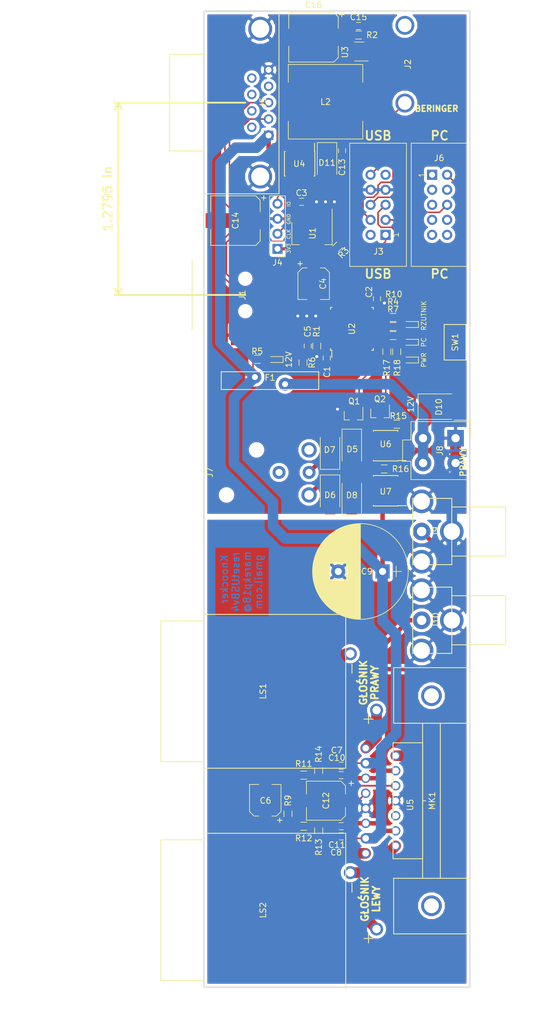
<source format=kicad_pcb>
(kicad_pcb (version 20171130) (host pcbnew "(5.0.0-rc2-dev-311-g1dd4af297)")
  (title_block (title resetUSB) (date 2018-02-14) (rev 1.0) (comment 1 "Projektant: Marek Piotrowski"))
  (layers (0 F.Cu signal) (31 B.Cu signal) (34 B.Paste user) (35 F.Paste user) (36 B.SilkS user) (37 F.SilkS user) (38 B.Mask user) (39 F.Mask user) (44 Edge.Cuts user))
  (net 0 "")
  (net 1 GND)
  (net 2 +5V)
  (net 3 +3V3)
  (net 4 +12V)
  (net 5 "Net-(D1-Pad2)")
  (net 6 "Net-(D2-Pad2)")
  (net 7 "Net-(D6-Pad2)")
  (net 8 /SWDIO)
  (net 9 "Net-(Q1-Pad1)")
  (net 10 "Net-(Q1-Pad3)")
  (net 11 "Net-(Q2-Pad3)")
  (net 12 "Net-(Q2-Pad1)")
  (net 13 /USB_PWR)
  (net 14 /SWCLK)
  (net 15 /RZUTNIK_VBUS)
  (net 16 /RZUTNIK_DP)
  (net 17 /RZUTNIK_DM)
  (net 18 /PC_PWR)
  (net 19 /PC_LED)
  (net 20 /M_IN1)
  (net 21 /M_IN2)
  (net 22 /LED_RED)
  (net 23 /LED_GREEN)
  (net 24 /LED_BLUE)
  (net 25 /PRZYCISK)
  (net 26 "Net-(C10-Pad2)")
  (net 27 "Net-(C10-Pad1)")
  (net 28 "Net-(LS1-Pad2)")
  (net 29 "Net-(LS1-Pad1)")
  (net 30 "Net-(LS2-Pad1)")
  (net 31 "Net-(LS2-Pad2)")
  (net 32 "Net-(C12-Pad1)")
  (net 33 "Net-(C5-Pad1)")
  (net 34 "Net-(C6-Pad1)")
  (net 35 "Net-(C11-Pad2)")
  (net 36 "Net-(C11-Pad1)")
  (net 37 "Net-(D3-Pad2)")
  (net 38 "Net-(D5-Pad2)")
  (net 39 "Net-(J2-Pad5)")
  (net 40 "Net-(J2-Pad3)")
  (net 41 "Net-(J2-Pad2)")
  (net 42 "Net-(J2-Pad1)")
  (net 43 "Net-(D9-Pad2)")
  (net 44 "Net-(J9-Pad1)")
  (net 45 "Net-(J10-Pad1)")
  (net 46 "Net-(D11-Pad1)")
  (net 47 +5P)
  (net 48 /TX)
  (net 49 /RX)
  (net 50 "Net-(D10-Pad1)")
  (net 51 /USB_DP)
  (net 52 /USB_DM)
  (module mpio:RG10A-16 (layer F.Cu) (at 55.2135 101.4165 180)
    (fp_text reference F1 (at 0 0.5 180) (layer F.SilkS))
    (fp_text value RG700-16)
    (pad 2 thru_hole circle (at 2.55 0.6 180) (size 2.2 2.2) (drill 1) (layers *.Cu *.Mask) (net 4 +12V))
    (pad 1 thru_hole circle (at -2.55 -0.6 180) (size 2.2 2.2) (drill 1) (layers *.Cu *.Mask) (net 50 "Net-(D10-Pad1)"))
  )
  (module Resistors_SMD:R_0603 (layer F.Cu) (at 60.8015 98.3685 270)
    (fp_text reference R6 (at 0 -1.524 90) (layer F.SilkS))
    (fp_text value 10K)
    (pad 1 smd rect (at -0.75 0 270) (size 0.5 0.9) (layers F.Cu F.Paste F.Mask) (net 3 +3V3))
    (pad 2 smd rect (at 0.75 0 270) (size 0.5 0.9) (layers F.Cu F.Paste F.Mask) (net 49 /RX))
  )
  (module Capacitors_THT:CP_Radial_D16.0mm_P7.50mm (layer F.Cu) (at 74.2635 133.6745 180)
    (fp_text reference C9 (at 2.664 0) (layer F.SilkS))
    (fp_text value 4700u)
    (pad 1 thru_hole rect (at 0 0 180) (size 2.4 2.4) (drill 1.2) (layers *.Cu *.Mask) (net 4 +12V))
    (pad 2 thru_hole circle (at 7.5 0 180) (size 2.4 2.4) (drill 1.2) (layers *.Cu *.Mask) (net 1 GND))
  )
  (module Resistors_SMD:R_0603 (layer F.Cu) (at 70.1995 42.9965)
    (fp_text reference R2 (at 2.286 0 180) (layer F.SilkS))
    (fp_text value 100K)
    (pad 2 smd rect (at 0.75 0) (size 0.5 0.9) (layers F.Cu F.Paste F.Mask) (net 13 /USB_PWR))
    (pad 1 smd rect (at -0.75 0) (size 0.5 0.9) (layers F.Cu F.Paste F.Mask) (net 2 +5V))
  )
  (module Resistors_SMD:R_0603 (layer F.Cu) (at 76.0415 93.7965 180)
    (fp_text reference R7 (at 0 4.445 180) (layer F.SilkS))
    (fp_text value 6K8)
    (pad 1 smd rect (at -0.75 0 180) (size 0.5 0.9) (layers F.Cu F.Paste F.Mask) (net 6 "Net-(D2-Pad2)"))
    (pad 2 smd rect (at 0.75 0 180) (size 0.5 0.9) (layers F.Cu F.Paste F.Mask) (net 23 /LED_GREEN))
  )
  (module Resistors_SMD:R_0603 (layer F.Cu) (at 76.0415 90.7485 180)
    (fp_text reference R10 (at -0.127 3.937 180) (layer F.SilkS))
    (fp_text value 33K)
    (pad 1 smd rect (at -0.75 0 180) (size 0.5 0.9) (layers F.Cu F.Paste F.Mask) (net 37 "Net-(D3-Pad2)"))
    (pad 2 smd rect (at 0.75 0 180) (size 0.5 0.9) (layers F.Cu F.Paste F.Mask) (net 24 /LED_BLUE))
  )
  (module Resistors_SMD:R_0603 (layer F.Cu) (at 76.0415 92.2725 180)
    (fp_text reference R4 (at 0 4.191 180) (layer F.SilkS))
    (fp_text value 22K)
    (pad 1 smd rect (at -0.75 0 180) (size 0.5 0.9) (layers F.Cu F.Paste F.Mask) (net 5 "Net-(D1-Pad2)"))
    (pad 2 smd rect (at 0.75 0 180) (size 0.5 0.9) (layers F.Cu F.Paste F.Mask) (net 22 /LED_RED))
  )
  (module mpio:DSUB-9 (layer F.Cu) (at 44.0375 54.4325 90)
    (fp_text reference J5 (at 0 10.02 90) (layer F.SilkS))
    (fp_text value DE09-SL-24)
    (pad 9 thru_hole circle (at 4.155 8.1 90) (size 1.6 1.6) (drill 1) (layers *.Cu *.Mask))
    (pad 8 thru_hole circle (at 1.385 8.1 90) (size 1.6 1.6) (drill 1) (layers *.Cu *.Mask))
    (pad 7 thru_hole circle (at -1.385 8.1 90) (size 1.6 1.6) (drill 1) (layers *.Cu *.Mask))
    (pad 6 thru_hole circle (at -4.155 8.1 90) (size 1.6 1.6) (drill 1) (layers *.Cu *.Mask))
    (pad 5 thru_hole circle (at 5.54 10.94 90) (size 1.6 1.6) (drill 1) (layers *.Cu *.Mask) (net 1 GND))
    (pad 4 thru_hole circle (at 2.77 10.94 90) (size 1.6 1.6) (drill 1) (layers *.Cu *.Mask))
    (pad 1 thru_hole rect (at -5.54 10.94 90) (size 1.6 1.6) (drill 1) (layers *.Cu *.Mask) (net 4 +12V))
    (pad 2 thru_hole circle (at -2.77 10.94 90) (size 1.6 1.6) (drill 1) (layers *.Cu *.Mask) (net 48 /TX))
    (pad 3 thru_hole circle (at 0 10.94 90) (size 1.6 1.6) (drill 1) (layers *.Cu *.Mask) (net 49 /RX))
    (pad 0 thru_hole circle (at 12.495 9.52 90) (size 4.05 4.05) (drill 3.05) (layers *.Cu *.Mask) (net 1 GND))
    (pad 0 thru_hole circle (at -12.495 9.52 90) (size 4.05 4.05) (drill 3.05) (layers *.Cu *.Mask) (net 1 GND))
  )
  (module Capacitors_SMD:C_0603 (layer F.Cu) (at 60.5475 71.1905)
    (fp_text reference C3 (at 0 -1.5) (layer F.SilkS))
    (fp_text value 100n)
    (pad 2 smd rect (at 0.75 0) (size 0.8 0.75) (layers F.Cu F.Paste F.Mask) (net 1 GND))
    (pad 1 smd rect (at -0.75 0) (size 0.8 0.75) (layers F.Cu F.Paste F.Mask) (net 47 +5P))
  )
  (module TO_SOT_Packages_SMD:SOT-223-3_TabPin2 (layer F.Cu) (at 62.3255 76.5245 270)
    (fp_text reference U1 (at 0 -0.106459 270) (layer F.SilkS))
    (fp_text value LD1117S33TR)
    (pad 1 smd rect (at -3.15 -2.3 270) (size 2 1.5) (layers F.Cu F.Paste F.Mask) (net 1 GND))
    (pad 3 smd rect (at -3.15 2.3 270) (size 2 1.5) (layers F.Cu F.Paste F.Mask) (net 47 +5P))
    (pad 2 smd rect (at -3.15 0 270) (size 2 1.5) (layers F.Cu F.Paste F.Mask) (net 3 +3V3))
    (pad 2 smd rect (at 3.15 0 270) (size 2 3.8) (layers F.Cu F.Paste F.Mask) (net 3 +3V3))
  )
  (module mpio:IDC10 (layer F.Cu) (at 82.6455 66.6185 270)
    (fp_text reference J6 (at -2.82 -1.195) (layer F.SilkS))
    (fp_text value Conn_02x05)
    (fp_text user 1 (at 0.02 1.72 270) (layer F.SilkS) (effects (font (thickness 0.12))))
    (pad 1 thru_hole rect (at 0 0 270) (size 1.7272 1.7272) (drill 1.016) (layers *.Cu *.Mask))
    (pad 2 thru_hole oval (at 0 -2.54 270) (size 1.7272 1.7272) (drill 1.016) (layers *.Cu *.Mask) (net 19 /PC_LED))
    (pad 3 thru_hole oval (at 2.54 0 270) (size 1.7272 1.7272) (drill 1.016) (layers *.Cu *.Mask))
    (pad 4 thru_hole oval (at 2.54 -2.54 270) (size 1.7272 1.7272) (drill 1.016) (layers *.Cu *.Mask))
    (pad 5 thru_hole oval (at 5.08 0 270) (size 1.7272 1.7272) (drill 1.016) (layers *.Cu *.Mask))
    (pad 6 thru_hole oval (at 5.08 -2.54 270) (size 1.7272 1.7272) (drill 1.016) (layers *.Cu *.Mask) (net 18 /PC_PWR))
    (pad 7 thru_hole oval (at 7.62 0 270) (size 1.7272 1.7272) (drill 1.016) (layers *.Cu *.Mask))
    (pad 8 thru_hole oval (at 7.62 -2.54 270) (size 1.7272 1.7272) (drill 1.016) (layers *.Cu *.Mask))
    (pad 9 thru_hole oval (at 10.16 0 270) (size 1.7272 1.7272) (drill 1.016) (layers *.Cu *.Mask))
    (pad 10 thru_hole oval (at 10.16 -2.54 270) (size 1.7272 1.7272) (drill 1.016) (layers *.Cu *.Mask))
  )
  (module mpio:IDC10 (layer F.Cu) (at 74.7715 76.7785 90)
    (fp_text reference J3 (at -2.82 -1.195 180) (layer F.SilkS))
    (fp_text value Conn_02x05)
    (fp_text user 1 (at 0.02 1.72 90) (layer F.SilkS) (effects (font (thickness 0.12))))
    (pad 10 thru_hole oval (at 10.16 -2.54 90) (size 1.7272 1.7272) (drill 1.016) (layers *.Cu *.Mask) (net 39 "Net-(J2-Pad5)"))
    (pad 9 thru_hole oval (at 10.16 0 90) (size 1.7272 1.7272) (drill 1.016) (layers *.Cu *.Mask))
    (pad 8 thru_hole oval (at 7.62 -2.54 90) (size 1.7272 1.7272) (drill 1.016) (layers *.Cu *.Mask) (net 1 GND))
    (pad 7 thru_hole oval (at 7.62 0 90) (size 1.7272 1.7272) (drill 1.016) (layers *.Cu *.Mask) (net 1 GND))
    (pad 6 thru_hole oval (at 5.08 -2.54 90) (size 1.7272 1.7272) (drill 1.016) (layers *.Cu *.Mask) (net 40 "Net-(J2-Pad3)"))
    (pad 5 thru_hole oval (at 5.08 0 90) (size 1.7272 1.7272) (drill 1.016) (layers *.Cu *.Mask) (net 51 /USB_DP))
    (pad 4 thru_hole oval (at 2.54 -2.54 90) (size 1.7272 1.7272) (drill 1.016) (layers *.Cu *.Mask) (net 41 "Net-(J2-Pad2)"))
    (pad 3 thru_hole oval (at 2.54 0 90) (size 1.7272 1.7272) (drill 1.016) (layers *.Cu *.Mask) (net 52 /USB_DM))
    (pad 2 thru_hole oval (at 0 -2.54 90) (size 1.7272 1.7272) (drill 1.016) (layers *.Cu *.Mask))
    (pad 1 thru_hole rect (at 0 0 90) (size 1.7272 1.7272) (drill 1.016) (layers *.Cu *.Mask) (net 47 +5P))
  )
  (module Capacitors_SMD:C_0603 (layer F.Cu) (at 70.1995 41.4725)
    (fp_text reference C15 (at 0 -1.5) (layer F.SilkS))
    (fp_text value 100n)
    (pad 1 smd rect (at -0.75 0) (size 0.8 0.75) (layers F.Cu F.Paste F.Mask) (net 2 +5V))
    (pad 2 smd rect (at 0.75 0) (size 0.8 0.75) (layers F.Cu F.Paste F.Mask) (net 1 GND))
  )
  (module mpio:TSOP-6_1.65x3.05mm_Pitch0.95mm (layer F.Cu) (at 70.3265 45.7905 180)
    (fp_text reference U3 (at 2.413 -0.1149 90) (layer F.SilkS))
    (fp_text value IRLTS2242)
    (pad 6 smd rect (at 1.16 -0.95 180) (size 0.7 0.51) (layers F.Cu F.Paste F.Mask) (net 42 "Net-(J2-Pad1)"))
    (pad 5 smd rect (at 1.16 0 180) (size 0.7 0.51) (layers F.Cu F.Paste F.Mask) (net 42 "Net-(J2-Pad1)"))
    (pad 4 smd rect (at 1.16 0.95 180) (size 0.7 0.51) (layers F.Cu F.Paste F.Mask) (net 2 +5V))
    (pad 3 smd rect (at -1.16 0.95 180) (size 0.7 0.51) (layers F.Cu F.Paste F.Mask) (net 13 /USB_PWR))
    (pad 2 smd rect (at -1.16 0 180) (size 0.7 0.51) (layers F.Cu F.Paste F.Mask) (net 42 "Net-(J2-Pad1)"))
    (pad 1 smd rect (at -1.16 -0.95 180) (size 0.7 0.51) (layers F.Cu F.Paste F.Mask) (net 42 "Net-(J2-Pad1)"))
  )
  (module Diodes_SMD:D_SMA (layer F.Cu) (at 64.8655 64.5865 270)
    (fp_text reference D11 (at 0 0) (layer F.SilkS))
    (fp_text value SS14)
    (pad 2 smd rect (at 2 0 270) (size 2.5 1.8) (layers F.Cu F.Paste F.Mask) (net 1 GND))
    (pad 1 smd rect (at -2 0 270) (size 2.5 1.8) (layers F.Cu F.Paste F.Mask) (net 46 "Net-(D11-Pad1)"))
  )
  (module Housings_SOIC:SOIC-8_3.9x4.9mm_Pitch1.27mm (layer F.Cu) (at 60.2295 64.7705 270)
    (fp_text reference U4 (at 0 0.063) (layer F.SilkS))
    (fp_text value AP1509-50SG-13)
    (pad 8 smd rect (at 2.7 -1.905 270) (size 1.55 0.6) (layers F.Cu F.Paste F.Mask) (net 1 GND))
    (pad 7 smd rect (at 2.7 -0.635 270) (size 1.55 0.6) (layers F.Cu F.Paste F.Mask) (net 1 GND))
    (pad 6 smd rect (at 2.7 0.635 270) (size 1.55 0.6) (layers F.Cu F.Paste F.Mask) (net 1 GND))
    (pad 5 smd rect (at 2.7 1.905 270) (size 1.55 0.6) (layers F.Cu F.Paste F.Mask) (net 1 GND))
    (pad 4 smd rect (at -2.7 1.905 270) (size 1.55 0.6) (layers F.Cu F.Paste F.Mask) (net 1 GND))
    (pad 3 smd rect (at -2.7 0.635 270) (size 1.55 0.6) (layers F.Cu F.Paste F.Mask) (net 2 +5V))
    (pad 2 smd rect (at -2.7 -0.635 270) (size 1.55 0.6) (layers F.Cu F.Paste F.Mask) (net 46 "Net-(D11-Pad1)"))
    (pad 1 smd rect (at -2.7 -1.905 270) (size 1.55 0.6) (layers F.Cu F.Paste F.Mask) (net 4 +12V))
  )
  (module Capacitors_SMD:C_0603 (layer F.Cu) (at 67.4055 62.5545 90)
    (fp_text reference C13 (at -2.794 0 90) (layer F.SilkS))
    (fp_text value 100n)
    (pad 2 smd rect (at 0.75 0 90) (size 0.8 0.75) (layers F.Cu F.Paste F.Mask) (net 1 GND))
    (pad 1 smd rect (at -0.75 0 90) (size 0.8 0.75) (layers F.Cu F.Paste F.Mask) (net 4 +12V))
  )
  (module Capacitors_SMD:CP_Elec_8x10.5 (layer F.Cu) (at 62.5795 43.3775 180)
    (fp_text reference C16 (at 0 5.45 180) (layer F.SilkS))
    (fp_text value 220u)
    (fp_text user + (at -4.78 3.91 180) (layer F.SilkS))
    (pad 1 smd rect (at -3.05 0) (size 4 2.5) (layers F.Cu F.Paste F.Mask) (net 2 +5V))
    (pad 2 smd rect (at 3.05 0) (size 4 2.5) (layers F.Cu F.Paste F.Mask) (net 1 GND))
  )
  (module Inductors_SMD:L_12x12mm_h6mm (layer F.Cu) (at 64.6115 54.2775 180)
    (fp_text reference L2 (at 0 -0.022 180) (layer F.SilkS))
    (fp_text value 47u)
    (pad 2 smd rect (at 4.95 0 180) (size 2.9 5.4) (layers F.Cu F.Paste F.Mask) (net 2 +5V))
    (pad 1 smd rect (at -4.95 0 180) (size 2.9 5.4) (layers F.Cu F.Paste F.Mask) (net 46 "Net-(D11-Pad1)"))
  )
  (module Capacitors_SMD:CP_Elec_8x10.5 (layer F.Cu) (at 49.3715 74.3655 180)
    (fp_text reference C14 (at 0 0 270) (layer F.SilkS))
    (fp_text value 220u)
    (fp_text user + (at -4.78 3.91 180) (layer F.SilkS))
    (pad 2 smd rect (at 3.05 0) (size 4 2.5) (layers F.Cu F.Paste F.Mask) (net 1 GND))
    (pad 1 smd rect (at -3.05 0) (size 4 2.5) (layers F.Cu F.Paste F.Mask) (net 4 +12V))
  )
  (module mpio:SK409_50,8_STS001 (layer F.Cu) (at 81.0375 172.4325 90)
    (fp_text reference MK1 (at 0 1.608 90) (layer F.SilkS))
    (fp_text value SK409/50,8/STS)
    (pad 0 thru_hole circle (at 17.75 1.5 90) (size 3.5 3.5) (drill 2.5) (layers *.Cu *.Mask))
    (pad 0 thru_hole circle (at -17.75 1.5 90) (size 3.5 3.5) (drill 2.5) (layers *.Cu *.Mask))
  )
  (module mpio:USB-A_SMD (layer F.Cu) (at 78.0375 47.9325 90)
    (fp_text reference J2 (at 0 0.5 90) (layer F.SilkS))
    (fp_text value TUEA4F2SOBHT)
    (pad 1 smd rect (at -3.5 -4.21 90) (size 1 3) (layers F.Cu F.Paste F.Mask) (net 42 "Net-(J2-Pad1)"))
    (pad 2 smd rect (at -1 -4.21 90) (size 1 3) (layers F.Cu F.Paste F.Mask) (net 41 "Net-(J2-Pad2)"))
    (pad 4 smd rect (at 3.5 -4.21 90) (size 1 3) (layers F.Cu F.Paste F.Mask) (net 1 GND))
    (pad 3 smd rect (at 1 -4.21 90) (size 1 3) (layers F.Cu F.Paste F.Mask) (net 40 "Net-(J2-Pad3)"))
    (pad 5 thru_hole circle (at 6.57 0 90) (size 3.2 3.2) (drill 2.3) (layers *.Cu *.Mask) (net 39 "Net-(J2-Pad5)"))
    (pad 5 thru_hole circle (at -6.57 0 90) (size 3.2 3.2) (drill 2.3) (layers *.Cu *.Mask) (net 39 "Net-(J2-Pad5)"))
  )
  (module mpio:AC3MAH-AU-PRE (layer F.Cu) (at 44.0375 116.9325 90)
    (fp_text reference J7 (at 0 1 90) (layer F.SilkS))
    (fp_text value AC3MAH-AU-PRE)
    (pad "" np_thru_hole circle (at -3.81 3.82 90) (size 1.6 1.6) (drill 1.6) (layers *.Cu *.Mask))
    (pad "" np_thru_hole circle (at 3.81 8.9 90) (size 1.6 1.6) (drill 1.6) (layers *.Cu *.Mask))
    (pad 4 thru_hole circle (at 0 12.71 90) (size 2.2 2.2) (drill 1.2) (layers *.Cu *.Mask))
    (pad 3 thru_hole circle (at 0 17.79 90) (size 2.2 2.2) (drill 1.2) (layers *.Cu *.Mask) (net 38 "Net-(D5-Pad2)"))
    (pad 2 thru_hole circle (at -3.81 17.79 90) (size 2.6 2.6) (drill 1.6) (layers *.Cu *.Mask) (net 7 "Net-(D6-Pad2)"))
    (pad 1 thru_hole circle (at 3.81 17.79 90) (size 2.6 2.6) (drill 1.6) (layers *.Cu *.Mask))
  )
  (module mpio:USB-B_SMD (layer F.Cu) (at 51.0375 86.9325 270)
    (fp_text reference J1 (at 0 0.5 270) (layer F.SilkS))
    (fp_text value USBB-G-SMD)
    (pad 1 smd rect (at 1.875 -7 270) (size 0.7 3) (layers F.Cu F.Paste F.Mask) (net 15 /RZUTNIK_VBUS))
    (pad 3 smd rect (at -1.875 -7 270) (size 0.7 3) (layers F.Cu F.Paste F.Mask) (net 16 /RZUTNIK_DP))
    (pad 4 smd rect (at 0.625 -7 270) (size 0.7 3) (layers F.Cu F.Paste F.Mask) (net 1 GND))
    (pad 2 smd rect (at -0.625 -7 270) (size 0.7 3) (layers F.Cu F.Paste F.Mask) (net 17 /RZUTNIK_DM))
    (pad 5 smd rect (at 6.8 0 270) (size 3.4 6.04) (drill (offset 0 -0.58)) (layers F.Cu F.Paste F.Mask) (net 1 GND))
    (pad 5 smd rect (at -6.8 0 270) (size 3.4 6.04) (drill (offset 0 -0.58)) (layers F.Cu F.Paste F.Mask) (net 1 GND))
    (pad "" np_thru_hole circle (at 2.75 0 270) (size 1.4 1.4) (drill 1.4) (layers *.Cu *.Mask))
    (pad "" np_thru_hole circle (at -2.75 0 270) (size 1.4 1.4) (drill 1.4) (layers *.Cu *.Mask))
  )
  (module mpio:FC68391 (layer F.Cu) (at 85.974 126.9245 90)
    (fp_text reference J9 (at 0 -2.7385 90) (layer F.SilkS))
    (fp_text value FC68391)
    (pad 2 thru_hole circle (at 5.1 -5.1 90) (size 4 4) (drill 2.8) (layers *.Cu *.Mask) (net 1 GND))
    (pad 2 thru_hole circle (at -5.1 -5.1 90) (size 4 4) (drill 2.8) (layers *.Cu *.Mask) (net 1 GND))
    (pad 1 thru_hole circle (at 0 -5.1 90) (size 3 3) (drill 1.6) (layers *.Cu *.Mask) (net 44 "Net-(J9-Pad1)"))
    (pad 2 thru_hole circle (at 0 0 90) (size 4 4) (drill 2.8) (layers *.Cu *.Mask) (net 1 GND))
  )
  (module Resistors_SMD:R_0603 (layer F.Cu) (at 60.917 176.7435)
    (fp_text reference R12 (at 0 2.016) (layer F.SilkS))
    (fp_text value 4K7)
    (pad 2 smd rect (at 0.75 0) (size 0.5 0.9) (layers F.Cu F.Paste F.Mask) (net 36 "Net-(C11-Pad1)"))
    (pad 1 smd rect (at -0.75 0) (size 0.5 0.9) (layers F.Cu F.Paste F.Mask) (net 45 "Net-(J10-Pad1)"))
  )
  (module Capacitors_SMD:CP_Elec_6.3x5.3 (layer F.Cu) (at 64.687 172.422 180)
    (fp_text reference C12 (at 0 0 270) (layer F.SilkS))
    (fp_text value 47u)
    (fp_text user + (at -4.28 3.01 180) (layer F.SilkS))
    (pad 2 smd rect (at 2.7 0) (size 3.5 1.6) (layers F.Cu F.Paste F.Mask) (net 1 GND))
    (pad 1 smd rect (at -2.7 0) (size 3.5 1.6) (layers F.Cu F.Paste F.Mask) (net 32 "Net-(C12-Pad1)"))
  )
  (module Resistors_SMD:R_0603 (layer F.Cu) (at 63.457 167.3455 90)
    (fp_text reference R14 (at 2.794 0 90) (layer F.SilkS))
    (fp_text value 10K)
    (pad 2 smd rect (at 0.75 0 90) (size 0.5 0.9) (layers F.Cu F.Paste F.Mask) (net 1 GND))
    (pad 1 smd rect (at -0.75 0 90) (size 0.5 0.9) (layers F.Cu F.Paste F.Mask) (net 27 "Net-(C10-Pad1)"))
  )
  (module mpio:FC68391 (layer F.Cu) (at 85.974 141.9245 90)
    (fp_text reference J10 (at 0 -2.7385 90) (layer F.SilkS))
    (fp_text value FC68391)
    (pad 2 thru_hole circle (at 0 0 90) (size 4 4) (drill 2.8) (layers *.Cu *.Mask) (net 1 GND))
    (pad 1 thru_hole circle (at 0 -5.1 90) (size 3 3) (drill 1.6) (layers *.Cu *.Mask) (net 45 "Net-(J10-Pad1)"))
    (pad 2 thru_hole circle (at -5.1 -5.1 90) (size 4 4) (drill 2.8) (layers *.Cu *.Mask) (net 1 GND))
    (pad 2 thru_hole circle (at 5.1 -5.1 90) (size 4 4) (drill 2.8) (layers *.Cu *.Mask) (net 1 GND))
  )
  (module Capacitors_SMD:CP_Elec_5x5.3 (layer F.Cu) (at 54.443 172.3445 90)
    (fp_text reference C6 (at -0.065 0.0085 180) (layer F.SilkS))
    (fp_text value 10u)
    (fp_text user + (at -3.38 2.34 90) (layer F.SilkS))
    (pad 2 smd rect (at 2.2 0 270) (size 3 1.6) (layers F.Cu F.Paste F.Mask) (net 1 GND))
    (pad 1 smd rect (at -2.2 0 270) (size 3 1.6) (layers F.Cu F.Paste F.Mask) (net 34 "Net-(C6-Pad1)"))
  )
  (module Resistors_SMD:R_0603 (layer F.Cu) (at 63.457 177.5055 270)
    (fp_text reference R13 (at 2.778 -0.0115 90) (layer F.SilkS))
    (fp_text value 10K)
    (pad 2 smd rect (at 0.75 0 270) (size 0.5 0.9) (layers F.Cu F.Paste F.Mask) (net 1 GND))
    (pad 1 smd rect (at -0.75 0 270) (size 0.5 0.9) (layers F.Cu F.Paste F.Mask) (net 36 "Net-(C11-Pad1)"))
  )
  (module Capacitors_SMD:C_0603 (layer F.Cu) (at 67.267 176.74)
    (fp_text reference C11 (at -0.7295 3.1625) (layer F.SilkS))
    (fp_text value 0.47u)
    (pad 1 smd rect (at -0.75 0) (size 0.8 0.75) (layers F.Cu F.Paste F.Mask) (net 36 "Net-(C11-Pad1)"))
    (pad 2 smd rect (at 0.75 0) (size 0.8 0.75) (layers F.Cu F.Paste F.Mask) (net 35 "Net-(C11-Pad2)"))
  )
  (module Capacitors_SMD:C_0603 (layer F.Cu) (at 67.255 168.1075)
    (fp_text reference C10 (at -0.7385 -2.937) (layer F.SilkS))
    (fp_text value 0.47u)
    (pad 1 smd rect (at -0.75 0) (size 0.8 0.75) (layers F.Cu F.Paste F.Mask) (net 27 "Net-(C10-Pad1)"))
    (pad 2 smd rect (at 0.75 0) (size 0.8 0.75) (layers F.Cu F.Paste F.Mask) (net 26 "Net-(C10-Pad2)"))
  )
  (module Capacitors_SMD:C_0603 (layer F.Cu) (at 67.267 166.5175 180)
    (fp_text reference C7 (at 0.7505 2.617 180) (layer F.SilkS))
    (fp_text value 100n)
    (pad 1 smd rect (at -0.75 0 180) (size 0.8 0.75) (layers F.Cu F.Paste F.Mask) (net 4 +12V))
    (pad 2 smd rect (at 0.75 0 180) (size 0.8 0.75) (layers F.Cu F.Paste F.Mask) (net 1 GND))
  )
  (module Capacitors_SMD:C_0603 (layer F.Cu) (at 67.267 178.4555 180)
    (fp_text reference C8 (at 0.8775 -2.717 180) (layer F.SilkS))
    (fp_text value 100n)
    (pad 1 smd rect (at -0.75 0 180) (size 0.8 0.75) (layers F.Cu F.Paste F.Mask) (net 4 +12V))
    (pad 2 smd rect (at 0.75 0 180) (size 0.8 0.75) (layers F.Cu F.Paste F.Mask) (net 1 GND))
  )
  (module Resistors_SMD:R_0603 (layer F.Cu) (at 60.917 168.1075)
    (fp_text reference R11 (at 0.0115 -1.921) (layer F.SilkS))
    (fp_text value 4K7)
    (pad 2 smd rect (at 0.75 0) (size 0.5 0.9) (layers F.Cu F.Paste F.Mask) (net 27 "Net-(C10-Pad1)"))
    (pad 1 smd rect (at -0.75 0) (size 0.5 0.9) (layers F.Cu F.Paste F.Mask) (net 44 "Net-(J9-Pad1)"))
  )
  (module mpio:MULTIWATT15 (layer F.Cu) (at 81.0375 172.4325 270)
    (fp_text reference U5 (at 0.7 2.1 270) (layer F.SilkS))
    (fp_text value TDA7375)
    (pad 15 thru_hole circle (at 8.89 9.63 270) (size 1.6 1.6) (drill 1.1) (layers *.Cu *.Mask) (net 30 "Net-(LS2-Pad1)"))
    (pad 13 thru_hole circle (at 6.35 9.63 270) (size 1.6 1.6) (drill 1.1) (layers *.Cu *.Mask) (net 4 +12V))
    (pad 11 thru_hole circle (at 3.81 9.63 270) (size 1.6 1.6) (drill 1.1) (layers *.Cu *.Mask) (net 35 "Net-(C11-Pad2)"))
    (pad 9 thru_hole circle (at 1.27 9.63 270) (size 1.6 1.6) (drill 1.1) (layers *.Cu *.Mask) (net 1 GND))
    (pad 7 thru_hole circle (at -1.27 9.63 270) (size 1.6 1.6) (drill 1.1) (layers *.Cu *.Mask) (net 34 "Net-(C6-Pad1)"))
    (pad 5 thru_hole circle (at -3.81 9.63 270) (size 1.6 1.6) (drill 1.1) (layers *.Cu *.Mask) (net 26 "Net-(C10-Pad2)"))
    (pad 3 thru_hole circle (at -6.35 9.63 270) (size 1.6 1.6) (drill 1.1) (layers *.Cu *.Mask) (net 4 +12V))
    (pad 1 thru_hole circle (at -8.89 9.63 270) (size 1.6 1.6) (drill 1.1) (layers *.Cu *.Mask) (net 29 "Net-(LS1-Pad1)"))
    (pad 14 thru_hole circle (at 7.62 4.55 270) (size 1.6 1.6) (drill 1.1) (layers *.Cu *.Mask) (net 31 "Net-(LS2-Pad2)"))
    (pad 12 thru_hole circle (at 5.08 4.55 270) (size 1.6 1.6) (drill 1.1) (layers *.Cu *.Mask) (net 35 "Net-(C11-Pad2)"))
    (pad 10 thru_hole circle (at 2.54 4.55 270) (size 1.6 1.6) (drill 1.1) (layers *.Cu *.Mask))
    (pad 2 thru_hole circle (at -7.62 4.55 270) (size 1.6 1.6) (drill 1.1) (layers *.Cu *.Mask) (net 28 "Net-(LS1-Pad2)"))
    (pad 4 thru_hole circle (at -5.08 4.55 270) (size 1.6 1.6) (drill 1.1) (layers *.Cu *.Mask) (net 26 "Net-(C10-Pad2)"))
    (pad 6 thru_hole circle (at -2.54 4.55 270) (size 1.6 1.6) (drill 1.1) (layers *.Cu *.Mask) (net 32 "Net-(C12-Pad1)"))
    (pad 8 thru_hole circle (at 0 4.55 270) (size 1.6 1.6) (drill 1.1) (layers *.Cu *.Mask) (net 1 GND))
  )
  (module Resistors_SMD:R_0603 (layer F.Cu) (at 58.253 174.6305 270)
    (fp_text reference R9 (at -2.221 -0.0085 90) (layer F.SilkS))
    (fp_text value 47K)
    (pad 2 smd rect (at 0.75 0 270) (size 0.5 0.9) (layers F.Cu F.Paste F.Mask) (net 34 "Net-(C6-Pad1)"))
    (pad 1 smd rect (at -0.75 0 270) (size 0.5 0.9) (layers F.Cu F.Paste F.Mask) (net 4 +12V))
  )
  (module mpio:NLJ2MD-H (layer F.Cu) (at 44.0375 153.9325 270)
    (fp_text reference LS1 (at 0 -10 270) (layer F.SilkS))
    (fp_text value NLJ2MD-H)
    (fp_text user + (at 4.696 -27.686 270) (layer F.SilkS) (effects (font (size 2 2))))
    (fp_text user - (at -3.81 -24.892 270) (layer F.SilkS) (effects (font (size 2 2))))
    (pad 2 thru_hole circle (at -6.35 -24.77 270) (size 2.2 2.2) (drill 1.4) (layers *.Cu *.Mask) (net 28 "Net-(LS1-Pad2)"))
    (pad 1 thru_hole circle (at 3.18 -29.21 270) (size 2.2 2.2) (drill 1.4) (layers *.Cu *.Mask) (net 29 "Net-(LS1-Pad1)"))
  )
  (module mpio:NLJ2MD-H (layer F.Cu) (at 44.0375 190.9325 270)
    (fp_text reference LS2 (at 0 -10 270) (layer F.SilkS))
    (fp_text value NLJ2MD-H)
    (fp_text user + (at 4.78 -27.686 270) (layer F.SilkS) (effects (font (size 2 2))))
    (fp_text user - (at -3.81 -24.892 270) (layer F.SilkS) (effects (font (size 2 2))))
    (pad 2 thru_hole circle (at -6.35 -24.77 270) (size 2.2 2.2) (drill 1.4) (layers *.Cu *.Mask) (net 31 "Net-(LS2-Pad2)"))
    (pad 1 thru_hole circle (at 3.18 -29.21 270) (size 2.2 2.2) (drill 1.4) (layers *.Cu *.Mask) (net 30 "Net-(LS2-Pad1)"))
  )
  (module mpio:Molex_MiniFit-JR-5556-04A_2x02x4.20mm_Straight (layer F.Cu) (at 86.6135 111.1465 270)
    (fp_text reference J8 (at 2.1 2.654 270) (layer F.SilkS))
    (fp_text value "Mini-Fit Jr; 4,2mm")
    (pad 4 thru_hole circle (at 4.2 5.5 270) (size 2.8 2.8) (drill 1.4) (layers *.Cu *.Mask) (net 50 "Net-(D10-Pad1)"))
    (pad 3 thru_hole circle (at 0 5.5 270) (size 2.8 2.8) (drill 1.4) (layers *.Cu *.Mask) (net 50 "Net-(D10-Pad1)"))
    (pad 2 thru_hole circle (at 4.2 0 270) (size 2.8 2.8) (drill 1.4) (layers *.Cu *.Mask) (net 1 GND))
    (pad 1 thru_hole rect (at 0 0 270) (size 2.8 2.8) (drill 1.4) (layers *.Cu *.Mask) (net 1 GND))
  )
  (module Diodes_SMD:D_SMA (layer F.Cu) (at 65.373 113.0152 90)
    (fp_text reference D7 (at -0.0948 -0.0585 180) (layer F.SilkS))
    (fp_text value US1D)
    (pad 2 smd rect (at 2 0 90) (size 2.5 1.8) (layers F.Cu F.Paste F.Mask) (net 1 GND))
    (pad 1 smd rect (at -2 0 90) (size 2.5 1.8) (layers F.Cu F.Paste F.Mask) (net 38 "Net-(D5-Pad2)"))
  )
  (module Diodes_SMD:D_SMA (layer F.Cu) (at 69.056 113.0152 270)
    (fp_text reference D5 (at 0 -0.0685) (layer F.SilkS))
    (fp_text value US1D)
    (pad 2 smd rect (at 2 0 270) (size 2.5 1.8) (layers F.Cu F.Paste F.Mask) (net 38 "Net-(D5-Pad2)"))
    (pad 1 smd rect (at -2 0 270) (size 2.5 1.8) (layers F.Cu F.Paste F.Mask) (net 4 +12V))
  )
  (module Diodes_SMD:D_SMA (layer F.Cu) (at 65.373 120.7622 270)
    (fp_text reference D8 (at 0.0313 -3.688) (layer F.SilkS))
    (fp_text value US1D)
    (pad 2 smd rect (at 2 0 270) (size 2.5 1.8) (layers F.Cu F.Paste F.Mask) (net 1 GND))
    (pad 1 smd rect (at -2 0 270) (size 2.5 1.8) (layers F.Cu F.Paste F.Mask) (net 7 "Net-(D6-Pad2)"))
  )
  (module TO_SOT_Packages_SMD:SOT-23 (layer F.Cu) (at 69.3515 107.2985 270)
    (fp_text reference Q1 (at -2.3835 -0.104) (layer F.SilkS))
    (fp_text value BC817)
    (pad 3 smd rect (at 1 0 270) (size 0.9 0.8) (layers F.Cu F.Paste F.Mask) (net 10 "Net-(Q1-Pad3)"))
    (pad 2 smd rect (at -1 0.95 270) (size 0.9 0.8) (layers F.Cu F.Paste F.Mask) (net 1 GND))
    (pad 1 smd rect (at -1 -0.95 270) (size 0.9 0.8) (layers F.Cu F.Paste F.Mask) (net 9 "Net-(Q1-Pad1)"))
  )
  (module TO_SOT_Packages_SMD:SOT-23 (layer F.Cu) (at 73.8465 106.921 270)
    (fp_text reference Q2 (at -2.3835 0.023) (layer F.SilkS))
    (fp_text value BC817)
    (pad 3 smd rect (at 1 0 270) (size 0.9 0.8) (layers F.Cu F.Paste F.Mask) (net 11 "Net-(Q2-Pad3)"))
    (pad 2 smd rect (at -1 0.95 270) (size 0.9 0.8) (layers F.Cu F.Paste F.Mask) (net 1 GND))
    (pad 1 smd rect (at -1 -0.95 270) (size 0.9 0.8) (layers F.Cu F.Paste F.Mask) (net 12 "Net-(Q2-Pad1)"))
  )
  (module Diodes_SMD:D_SMA (layer F.Cu) (at 69.056 120.7622 90)
    (fp_text reference D6 (at 0 -3.678 180) (layer F.SilkS))
    (fp_text value US1D)
    (pad 2 smd rect (at 2 0 90) (size 2.5 1.8) (layers F.Cu F.Paste F.Mask) (net 7 "Net-(D6-Pad2)"))
    (pad 1 smd rect (at -2 0 90) (size 2.5 1.8) (layers F.Cu F.Paste F.Mask) (net 4 +12V))
  )
  (module mpio:SOIC-8_3.9x4.9mm_Pitch1.27mm (layer F.Cu) (at 74.7837 112.4136 180)
    (fp_text reference U6 (at 0 0.2621 180) (layer F.SilkS))
    (fp_text value AO4616)
    (pad 8 smd rect (at 2.7 -1.905 180) (size 1.55 0.6) (layers F.Cu F.Paste F.Mask) (net 38 "Net-(D5-Pad2)"))
    (pad 7 smd rect (at 2.7 -0.635 180) (size 1.55 0.6) (layers F.Cu F.Paste F.Mask) (net 38 "Net-(D5-Pad2)"))
    (pad 6 smd rect (at 2.7 0.635 180) (size 1.55 0.6) (layers F.Cu F.Paste F.Mask) (net 38 "Net-(D5-Pad2)"))
    (pad 5 smd rect (at 2.7 1.905 180) (size 1.55 0.6) (layers F.Cu F.Paste F.Mask) (net 38 "Net-(D5-Pad2)"))
    (pad 4 smd rect (at -2.7 1.905 180) (size 1.55 0.6) (layers F.Cu F.Paste F.Mask) (net 10 "Net-(Q1-Pad3)"))
    (pad 3 smd rect (at -2.7 0.635 180) (size 1.55 0.6) (layers F.Cu F.Paste F.Mask) (net 4 +12V))
    (pad 2 smd rect (at -2.7 -0.635 180) (size 1.55 0.6) (layers F.Cu F.Paste F.Mask) (net 10 "Net-(Q1-Pad3)"))
    (pad 1 smd rect (at -2.7 -1.905 180) (size 1.55 0.6) (layers F.Cu F.Paste F.Mask) (net 1 GND))
  )
  (module mpio:SOIC-8_3.9x4.9mm_Pitch1.27mm (layer F.Cu) (at 74.7837 120.0336 180)
    (fp_text reference U7 (at 0 -0.1179 180) (layer F.SilkS))
    (fp_text value AO4616)
    (pad 8 smd rect (at 2.7 -1.905 180) (size 1.55 0.6) (layers F.Cu F.Paste F.Mask) (net 7 "Net-(D6-Pad2)"))
    (pad 7 smd rect (at 2.7 -0.635 180) (size 1.55 0.6) (layers F.Cu F.Paste F.Mask) (net 7 "Net-(D6-Pad2)"))
    (pad 6 smd rect (at 2.7 0.635 180) (size 1.55 0.6) (layers F.Cu F.Paste F.Mask) (net 7 "Net-(D6-Pad2)"))
    (pad 5 smd rect (at 2.7 1.905 180) (size 1.55 0.6) (layers F.Cu F.Paste F.Mask) (net 7 "Net-(D6-Pad2)"))
    (pad 4 smd rect (at -2.7 1.905 180) (size 1.55 0.6) (layers F.Cu F.Paste F.Mask) (net 11 "Net-(Q2-Pad3)"))
    (pad 3 smd rect (at -2.7 0.635 180) (size 1.55 0.6) (layers F.Cu F.Paste F.Mask) (net 4 +12V))
    (pad 2 smd rect (at -2.7 -0.635 180) (size 1.55 0.6) (layers F.Cu F.Paste F.Mask) (net 11 "Net-(Q2-Pad3)"))
    (pad 1 smd rect (at -2.7 -1.905 180) (size 1.55 0.6) (layers F.Cu F.Paste F.Mask) (net 1 GND))
  )
  (module Resistors_SMD:R_0603 (layer F.Cu) (at 74.546 116.3485 180)
    (fp_text reference R16 (at -2.7655 0 180) (layer F.SilkS))
    (fp_text value 10K)
    (pad 2 smd rect (at 0.75 0 180) (size 0.5 0.9) (layers F.Cu F.Paste F.Mask) (net 4 +12V))
    (pad 1 smd rect (at -0.75 0 180) (size 0.5 0.9) (layers F.Cu F.Paste F.Mask) (net 11 "Net-(Q2-Pad3)"))
  )
  (module Resistors_SMD:R_0603 (layer F.Cu) (at 76.6683 108.7793 180)
    (fp_text reference R15 (at -0.2622 1.3938 180) (layer F.SilkS))
    (fp_text value 10K)
    (pad 2 smd rect (at 0.75 0 180) (size 0.5 0.9) (layers F.Cu F.Paste F.Mask) (net 4 +12V))
    (pad 1 smd rect (at -0.75 0 180) (size 0.5 0.9) (layers F.Cu F.Paste F.Mask) (net 10 "Net-(Q1-Pad3)"))
  )
  (module LEDs:LED_0603 (layer F.Cu) (at 56.1335 97.853 180)
    (fp_text reference D9 hide)
    (fp_text value RED)
    (pad 1 smd rect (at -0.8 0) (size 0.8 0.8) (layers F.Cu F.Paste F.Mask) (net 1 GND))
    (pad 2 smd rect (at 0.8 0) (size 0.8 0.8) (layers F.Cu F.Paste F.Mask) (net 43 "Net-(D9-Pad2)"))
  )
  (module Resistors_SMD:R_0603 (layer F.Cu) (at 53.0855 97.8115)
    (fp_text reference R5 (at -0.031 -1.348) (layer F.SilkS))
    (fp_text value 100K)
    (pad 2 smd rect (at 0.75 0) (size 0.5 0.9) (layers F.Cu F.Paste F.Mask) (net 43 "Net-(D9-Pad2)"))
    (pad 1 smd rect (at -0.75 0) (size 0.5 0.9) (layers F.Cu F.Paste F.Mask) (net 4 +12V))
  )
  (module Housings_QFP:LQFP-32_7x7mm_Pitch0.8mm (layer F.Cu) (at 69.075643 92.665728 90)
    (fp_text reference U2 (at 0 -0.004143 90) (layer F.SilkS))
    (fp_text value STM32F042K6Tx)
    (pad 1 smd rect (at -4.25 -2.8 90) (size 1.2 0.6) (layers F.Cu F.Paste F.Mask) (net 3 +3V3))
    (pad 2 smd rect (at -4.25 -2 90) (size 1.2 0.6) (layers F.Cu F.Paste F.Mask))
    (pad 3 smd rect (at -4.25 -1.2 90) (size 1.2 0.6) (layers F.Cu F.Paste F.Mask))
    (pad 4 smd rect (at -4.25 -0.4 90) (size 1.2 0.6) (layers F.Cu F.Paste F.Mask))
    (pad 5 smd rect (at -4.25 0.4 90) (size 1.2 0.6) (layers F.Cu F.Paste F.Mask) (net 3 +3V3))
    (pad 6 smd rect (at -4.25 1.2 90) (size 1.2 0.6) (layers F.Cu F.Paste F.Mask))
    (pad 7 smd rect (at -4.25 2 90) (size 1.2 0.6) (layers F.Cu F.Paste F.Mask))
    (pad 8 smd rect (at -4.25 2.8 90) (size 1.2 0.6) (layers F.Cu F.Paste F.Mask) (net 48 /TX))
    (pad 9 smd rect (at -2.8 4.25 180) (size 1.2 0.6) (layers F.Cu F.Paste F.Mask) (net 49 /RX))
    (pad 10 smd rect (at -2 4.25 180) (size 1.2 0.6) (layers F.Cu F.Paste F.Mask) (net 20 /M_IN1))
    (pad 11 smd rect (at -1.2 4.25 180) (size 1.2 0.6) (layers F.Cu F.Paste F.Mask) (net 21 /M_IN2))
    (pad 12 smd rect (at -0.4 4.25 180) (size 1.2 0.6) (layers F.Cu F.Paste F.Mask) (net 23 /LED_GREEN))
    (pad 13 smd rect (at 0.4 4.25 180) (size 1.2 0.6) (layers F.Cu F.Paste F.Mask) (net 22 /LED_RED))
    (pad 14 smd rect (at 1.2 4.25 180) (size 1.2 0.6) (layers F.Cu F.Paste F.Mask) (net 24 /LED_BLUE))
    (pad 15 smd rect (at 2 4.25 180) (size 1.2 0.6) (layers F.Cu F.Paste F.Mask) (net 25 /PRZYCISK))
    (pad 16 smd rect (at 2.8 4.25 180) (size 1.2 0.6) (layers F.Cu F.Paste F.Mask) (net 1 GND))
    (pad 17 smd rect (at 4.25 2.8 90) (size 1.2 0.6) (layers F.Cu F.Paste F.Mask) (net 3 +3V3))
    (pad 18 smd rect (at 4.25 2 90) (size 1.2 0.6) (layers F.Cu F.Paste F.Mask) (net 19 /PC_LED))
    (pad 19 smd rect (at 4.25 1.2 90) (size 1.2 0.6) (layers F.Cu F.Paste F.Mask) (net 18 /PC_PWR))
    (pad 20 smd rect (at 4.25 0.4 90) (size 1.2 0.6) (layers F.Cu F.Paste F.Mask) (net 13 /USB_PWR))
    (pad 21 smd rect (at 4.25 -0.4 90) (size 1.2 0.6) (layers F.Cu F.Paste F.Mask) (net 52 /USB_DM))
    (pad 22 smd rect (at 4.25 -1.2 90) (size 1.2 0.6) (layers F.Cu F.Paste F.Mask) (net 51 /USB_DP))
    (pad 23 smd rect (at 4.25 -2 90) (size 1.2 0.6) (layers F.Cu F.Paste F.Mask) (net 8 /SWDIO))
    (pad 24 smd rect (at 4.25 -2.8 90) (size 1.2 0.6) (layers F.Cu F.Paste F.Mask) (net 14 /SWCLK))
    (pad 25 smd rect (at 2.8 -4.25 180) (size 1.2 0.6) (layers F.Cu F.Paste F.Mask))
    (pad 26 smd rect (at 2 -4.25 180) (size 1.2 0.6) (layers F.Cu F.Paste F.Mask))
    (pad 27 smd rect (at 1.2 -4.25 180) (size 1.2 0.6) (layers F.Cu F.Paste F.Mask))
    (pad 28 smd rect (at 0.4 -4.25 180) (size 1.2 0.6) (layers F.Cu F.Paste F.Mask) (net 15 /RZUTNIK_VBUS))
    (pad 29 smd rect (at -0.4 -4.25 180) (size 1.2 0.6) (layers F.Cu F.Paste F.Mask) (net 17 /RZUTNIK_DM))
    (pad 30 smd rect (at -1.2 -4.25 180) (size 1.2 0.6) (layers F.Cu F.Paste F.Mask) (net 16 /RZUTNIK_DP))
    (pad 31 smd rect (at -2 -4.25 180) (size 1.2 0.6) (layers F.Cu F.Paste F.Mask) (net 33 "Net-(C5-Pad1)"))
    (pad 32 smd rect (at -2.8 -4.25 180) (size 1.2 0.6) (layers F.Cu F.Paste F.Mask) (net 1 GND))
  )
  (module Resistors_SMD:R_0603 (layer F.Cu) (at 63.127202 95.570624 90)
    (fp_text reference R1 (at 2.464124 -0.024702 90) (layer F.SilkS))
    (fp_text value 100K)
    (pad 1 smd rect (at -0.75 0 90) (size 0.5 0.9) (layers F.Cu F.Paste F.Mask) (net 1 GND))
    (pad 2 smd rect (at 0.75 0 90) (size 0.5 0.9) (layers F.Cu F.Paste F.Mask) (net 33 "Net-(C5-Pad1)"))
  )
  (module Capacitors_SMD:C_0603 (layer F.Cu) (at 61.603202 95.558624 270)
    (fp_text reference C5 (at -2.452124 0.024702 270) (layer F.SilkS))
    (fp_text value 100n)
    (pad 2 smd rect (at 0.75 0 270) (size 0.8 0.75) (layers F.Cu F.Paste F.Mask) (net 1 GND))
    (pad 1 smd rect (at -0.75 0 270) (size 0.8 0.75) (layers F.Cu F.Paste F.Mask) (net 33 "Net-(C5-Pad1)"))
  )
  (module Capacitors_SMD:CP_Elec_5x5.3 (layer F.Cu) (at 62.5795 85.0335 270)
    (fp_text reference C4 (at 0 -1.6008 270) (layer F.SilkS))
    (fp_text value 10u)
    (fp_text user + (at -3.38 2.34 270) (layer F.SilkS))
    (pad 2 smd rect (at 2.2 0 90) (size 3 1.6) (layers F.Cu F.Paste F.Mask) (net 1 GND))
    (pad 1 smd rect (at -2.2 0 90) (size 3 1.6) (layers F.Cu F.Paste F.Mask) (net 3 +3V3))
  )
  (module mpio:SW_3x6_1,6x7,4 (layer F.Cu) (at 86.5375 94.9325 90)
    (fp_text reference SW1 (at 0 0 90) (layer F.SilkS))
    (fp_text value "TACTM-34N-F " hide)
    (pad 2 smd rect (at 3.7 0 90) (size 2.18 1.6) (layers F.Cu F.Paste F.Mask) (net 25 /PRZYCISK))
    (pad 1 smd rect (at -3.7 0 90) (size 2.18 1.6) (layers F.Cu F.Paste F.Mask) (net 1 GND))
  )
  (module Resistors_SMD:R_0603 (layer F.Cu) (at 66.6435 78.8105 225)
    (fp_text reference R3 (at 0 -1.45 225) (layer F.SilkS))
    (fp_text value 100K)
    (pad 2 smd rect (at 0.75 0 225) (size 0.5 0.9) (layers F.Cu F.Paste F.Mask) (net 3 +3V3))
    (pad 1 smd rect (at -0.75 0 225) (size 0.5 0.9) (layers F.Cu F.Paste F.Mask) (net 8 /SWDIO))
  )
  (module LEDs:LED_0603 (layer F.Cu) (at 79.0375 97.9325 180)
    (fp_text reference D1 hide)
    (fp_text value RED)
    (pad 1 smd rect (at -0.8 0) (size 0.8 0.8) (layers F.Cu F.Paste F.Mask) (net 1 GND))
    (pad 2 smd rect (at 0.8 0) (size 0.8 0.8) (layers F.Cu F.Paste F.Mask) (net 5 "Net-(D1-Pad2)"))
  )
  (module LEDs:LED_0603 (layer F.Cu) (at 79.0375 91.9325 180)
    (fp_text reference D3 hide)
    (fp_text value BLUE)
    (pad 1 smd rect (at -0.8 0) (size 0.8 0.8) (layers F.Cu F.Paste F.Mask) (net 1 GND))
    (pad 2 smd rect (at 0.8 0) (size 0.8 0.8) (layers F.Cu F.Paste F.Mask) (net 37 "Net-(D3-Pad2)"))
  )
  (module Resistors_SMD:R_0603 (layer F.Cu) (at 76.6553 96.5293 90)
    (fp_text reference R18 (at -2.7282 0.0847 90) (layer F.SilkS))
    (fp_text value 10K)
    (pad 1 smd rect (at -0.75 0 90) (size 0.5 0.9) (layers F.Cu F.Paste F.Mask) (net 12 "Net-(Q2-Pad1)"))
    (pad 2 smd rect (at 0.75 0 90) (size 0.5 0.9) (layers F.Cu F.Paste F.Mask) (net 21 /M_IN2))
  )
  (module Capacitors_SMD:C_0603 (layer F.Cu) (at 64.8297 97.6023 90)
    (fp_text reference C1 (at -2.3537 0.0358 90) (layer F.SilkS))
    (fp_text value 100n)
    (pad 2 smd rect (at 0.75 0 90) (size 0.8 0.75) (layers F.Cu F.Paste F.Mask) (net 1 GND))
    (pad 1 smd rect (at -0.75 0 90) (size 0.8 0.75) (layers F.Cu F.Paste F.Mask) (net 3 +3V3))
  )
  (module Capacitors_SMD:C_0603 (layer F.Cu) (at 73.3133 87.5693 270)
    (fp_text reference C2 (at -1.1388 1.3358 270) (layer F.SilkS))
    (fp_text value 100n)
    (pad 1 smd rect (at -0.75 0 270) (size 0.8 0.75) (layers F.Cu F.Paste F.Mask) (net 3 +3V3))
    (pad 2 smd rect (at 0.75 0 270) (size 0.8 0.75) (layers F.Cu F.Paste F.Mask) (net 1 GND))
  )
  (module LEDs:LED_0603 (layer F.Cu) (at 79.0375 94.9325 180)
    (fp_text reference D2 hide)
    (fp_text value GREEN)
    (pad 2 smd rect (at 0.8 0) (size 0.8 0.8) (layers F.Cu F.Paste F.Mask) (net 6 "Net-(D2-Pad2)"))
    (pad 1 smd rect (at -0.8 0) (size 0.8 0.8) (layers F.Cu F.Paste F.Mask) (net 1 GND))
  )
  (module Diodes_SMD:D_SMB (layer F.Cu) (at 83.8195 105.8125)
    (fp_text reference D10 (at -0.031 0.049 90) (layer F.SilkS))
    (fp_text value transil_15V)
    (pad 1 smd rect (at -2.15 0) (size 2.5 2.3) (layers F.Cu F.Paste F.Mask) (net 50 "Net-(D10-Pad1)"))
    (pad 2 smd rect (at 2.15 0) (size 2.5 2.3) (layers F.Cu F.Paste F.Mask) (net 1 GND))
  )
  (module Pin_Headers:Pin_Header_Straight_1x04_Pitch2.54mm (layer F.Cu) (at 56.4835 79.1365 180)
    (fp_text reference J4 (at 0 -2.33 180) (layer F.SilkS))
    (fp_text value SWD_4pin)
    (pad 1 thru_hole rect (at 0 0 180) (size 1.7 1.7) (drill 1) (layers *.Cu *.Mask) (net 3 +3V3))
    (pad 2 thru_hole oval (at 0 2.54 180) (size 1.7 1.7) (drill 1) (layers *.Cu *.Mask) (net 14 /SWCLK))
    (pad 3 thru_hole oval (at 0 5.08 180) (size 1.7 1.7) (drill 1) (layers *.Cu *.Mask) (net 1 GND))
    (pad 4 thru_hole oval (at 0 7.62 180) (size 1.7 1.7) (drill 1) (layers *.Cu *.Mask) (net 8 /SWDIO))
  )
  (module Resistors_SMD:R_0603 (layer F.Cu) (at 74.9789 96.5293 90)
    (fp_text reference R17 (at -2.7282 -0.0169 90) (layer F.SilkS))
    (fp_text value 10K)
    (pad 2 smd rect (at 0.75 0 90) (size 0.5 0.9) (layers F.Cu F.Paste F.Mask) (net 20 /M_IN1))
    (pad 1 smd rect (at -0.75 0 90) (size 0.5 0.9) (layers F.Cu F.Paste F.Mask) (net 9 "Net-(Q1-Pad1)"))
  )
  (dimension 32.5 (width 0.3) (layer F.SilkS) (gr_text "32.500 mm" (at 27.4375 70.6825 90) (layer F.SilkS) (effects (font (size 1.5 1.5) (thickness 0.3)))) (feature1 (pts (xy 51.0375 54.4325) (xy 28.951079 54.4325))) (feature2 (pts (xy 51.0375 86.9325) (xy 28.951079 86.9325))) (crossbar (pts (xy 29.5375 86.9325) (xy 29.5375 54.4325))) (arrow1a (pts (xy 29.5375 54.4325) (xy 30.123921 55.559004))) (arrow1b (pts (xy 29.5375 54.4325) (xy 28.951079 55.559004))) (arrow2a (pts (xy 29.5375 86.9325) (xy 30.123921 85.805996))) (arrow2b (pts (xy 29.5375 86.9325) (xy 28.951079 85.805996))))
  (gr_text 12V (at 79.0375 105.4325 90) (layer F.SilkS) (effects (font (size 1 1))))
  (gr_text BERINGER (at 83.4075 55.4425) (layer F.SilkS) (effects (font (size 1 1) (thickness 0.25))))
  (gr_text USB (at 73.5015 83.3825) (layer F.SilkS) (effects (font (size 1.5 1.5) (thickness 0.3))))
  (gr_text PC (at 83.9155 83.3825) (layer F.SilkS) (effects (font (size 1.5 1.5) (thickness 0.3))))
  (gr_text IO (at 58.3885 71.5715 90) (layer F.SilkS) (effects (font (size 0.6 0.6) (thickness 0.1))))
  (gr_text GND (at 58.3885 74.1115 90) (layer F.SilkS) (effects (font (size 0.6 0.6) (thickness 0.1))))
  (gr_text CLK (at 58.3885 76.6515 90) (layer F.SilkS) (effects (font (size 0.6 0.6) (thickness 0.1))))
  (gr_text 3V3 (at 58.3885 79.0645 90) (layer F.SilkS) (effects (font (size 0.6 0.6) (thickness 0.1))))
  (gr_line (start 44.0375 203.9325) (end 44.0375 38.9325) (layer Edge.Cuts) (width 0.15))
  (gr_line (start 89.0375 203.9325) (end 44.0375 203.9325) (layer Edge.Cuts) (width 0.15))
  (gr_line (start 89.0375 38.9325) (end 89.0375 203.9325) (layer Edge.Cuts) (width 0.15))
  (gr_line (start 44.0375 38.9325) (end 89.0375 38.9325) (layer Edge.Cuts) (width 0.15))
  (gr_text USB (at 73.5015 60.0145) (layer F.SilkS) (effects (font (size 1.5 1.5) (thickness 0.3))))
  (gr_text "Knoocker \nresetUSBv4\nmarekp18@\ngmail.com" (at 50.3875 135.4525 90) (layer B.Cu) (effects (font (size 1.2 1.2) (thickness 0.2)) (justify mirror)))
  (gr_text "GŁOŚNIK\nLEWY" (at 72.2315 189.0465 90) (layer F.SilkS) (effects (font (size 1.2 1.2) (thickness 0.3))))
  (gr_text PRAWY (at 87.8835 115.2105 90) (layer F.SilkS) (effects (font (size 1 1) (thickness 0.2))))
  (gr_text "GŁOŚNIK\nPRAWY" (at 71.9775 152.4705 90) (layer F.SilkS) (effects (font (size 1.2 1.2) (thickness 0.3))))
  (gr_text 12V (at 58.3885 97.8605 90) (layer F.SilkS) (effects (font (size 1 1))))
  (gr_text RZUTNIK (at 81.2485 90.4325 90) (layer F.SilkS) (effects (font (size 0.8 0.8) (thickness 0.12))))
  (gr_text PC (at 81.2485 94.9325 90) (layer F.SilkS) (effects (font (size 0.8 0.8) (thickness 0.12))))
  (gr_text PWR (at 81.2485 97.9325 90) (layer F.SilkS) (effects (font (size 0.8 0.8) (thickness 0.12))))
  (gr_text PC (at 83.9155 60.0145) (layer F.SilkS) (effects (font (size 1.5 1.5) (thickness 0.3))))
  (segment (start 85.974 126.9245) (end 85.974 133.394) (width 1.8) (layer B.Cu) (net 1))
  (via (at 66.6435 106.2425) (size 1.3) (drill 0.5) (layers F.Cu B.Cu) (net 1))
  (via (at 59.9125 90.4945) (size 1.3) (drill 0.5) (layers F.Cu B.Cu) (net 1))
  (via (at 61.4365 90.4945) (size 1.3) (drill 0.5) (layers F.Cu B.Cu) (net 1))
  (via (at 62.9605 90.4945) (size 1.3) (drill 0.5) (layers F.Cu B.Cu) (net 1))
  (segment (start 46.3215 76.2725) (end 45.5615 77.0325) (width 1.8) (layer F.Cu) (net 1))
  (segment (start 46.3215 74.3655) (end 46.3215 76.2725) (width 1.8) (layer F.Cu) (net 1))
  (segment (start 45.5615 77.0325) (end 45.5615 77.7945) (width 1.8) (layer F.Cu) (net 1))
  (segment (start 45.8155 71.9525) (end 45.8155 70.4285) (width 1.8) (layer F.Cu) (net 1))
  (segment (start 46.3215 72.4585) (end 45.8155 71.9525) (width 1.8) (layer F.Cu) (net 1))
  (segment (start 46.3215 74.3655) (end 46.3215 72.4585) (width 1.8) (layer F.Cu) (net 1))
  (segment (start 72.2525 107.2585) (end 68.1885 107.2585) (width 0.3) (layer F.Cu) (net 1))
  (segment (start 72.514 106.997) (end 72.2525 107.2585) (width 0.3) (layer F.Cu) (net 1))
  (segment (start 68.1885 107.2585) (end 67.18 108.267) (width 0.3) (layer F.Cu) (net 1))
  (segment (start 67.18 108.267) (end 67.18 110.673) (width 0.3) (layer F.Cu) (net 1))
  (segment (start 67.18 110.673) (end 66.8378 111.0152) (width 0.3) (layer F.Cu) (net 1))
  (segment (start 66.8378 111.0152) (end 65.373 111.0152) (width 0.3) (layer F.Cu) (net 1))
  (segment (start 86.6135 115.3465) (end 86.6135 119.5465) (width 1.8) (layer B.Cu) (net 1))
  (segment (start 86.6135 119.5465) (end 85.974 120.186) (width 1.8) (layer B.Cu) (net 1))
  (segment (start 85.974 120.186) (end 85.974 126.9245) (width 1.8) (layer B.Cu) (net 1))
  (segment (start 86.6135 111.1465) (end 86.6135 115.3465) (width 1.8) (layer F.Cu) (net 1))
  (segment (start 64.6115 71.1905) (end 66.1155 71.1905) (width 0.75) (layer F.Cu) (net 1))
  (via (at 66.1155 71.1905) (size 1.3) (drill 0.5) (layers F.Cu B.Cu) (net 1))
  (segment (start 63.0875 71.1905) (end 61.2975 71.1905) (width 0.75) (layer F.Cu) (net 1))
  (segment (start 64.6115 71.1905) (end 63.0875 71.1905) (width 0.75) (layer F.Cu) (net 1))
  (via (at 63.0875 71.1905) (size 1.3) (drill 0.5) (layers F.Cu B.Cu) (net 1))
  (segment (start 64.6255 71.2045) (end 64.6115 71.1905) (width 0.75) (layer F.Cu) (net 1))
  (segment (start 64.6255 73.3745) (end 64.6255 71.2045) (width 0.75) (layer F.Cu) (net 1))
  (via (at 64.6115 71.1905) (size 1.3) (drill 0.5) (layers F.Cu B.Cu) (net 1))
  (segment (start 59.6615 53.0275) (end 65.6295 47.0595) (width 0.6) (layer F.Cu) (net 2))
  (segment (start 59.6615 54.2775) (end 59.6615 53.0275) (width 0.6) (layer F.Cu) (net 2))
  (segment (start 65.6295 47.0595) (end 65.6295 43.3775) (width 0.6) (layer F.Cu) (net 2))
  (segment (start 67.7355 43.5045) (end 65.7565 43.5045) (width 0.6) (layer F.Cu) (net 2))
  (segment (start 65.7565 43.5045) (end 65.6295 43.3775) (width 0.6) (layer F.Cu) (net 2))
  (segment (start 69.0715 44.8405) (end 67.7355 43.5045) (width 0.6) (layer F.Cu) (net 2))
  (segment (start 69.1665 44.8405) (end 69.0715 44.8405) (width 0.6) (layer F.Cu) (net 2))
  (segment (start 69.4495 42.9965) (end 69.4495 44.5575) (width 0.6) (layer F.Cu) (net 2))
  (segment (start 69.4495 44.5575) (end 69.1665 44.8405) (width 0.6) (layer F.Cu) (net 2))
  (segment (start 59.5945 62.0705) (end 59.5945 54.3445) (width 0.6) (layer F.Cu) (net 2))
  (segment (start 59.5945 54.3445) (end 59.6615 54.2775) (width 0.6) (layer F.Cu) (net 2))
  (segment (start 69.4495 41.4725) (end 69.4495 42.9965) (width 0.6) (layer F.Cu) (net 2))
  (segment (start 61.8295 97.6185) (end 60.8015 97.6185) (width 0.3) (layer F.Cu) (net 3))
  (segment (start 62.5633 98.3523) (end 61.8295 97.6185) (width 0.3) (layer F.Cu) (net 3))
  (segment (start 64.8297 98.3523) (end 62.5633 98.3523) (width 0.3) (layer F.Cu) (net 3))
  (segment (start 66.11317 79.34083) (end 65.7795 79.6745) (width 0.3) (layer F.Cu) (net 3))
  (segment (start 65.7795 79.6745) (end 62.3255 79.6745) (width 0.3) (layer F.Cu) (net 3))
  (segment (start 66.920382 90.510466) (end 65.1855 88.775584) (width 0.3) (layer F.Cu) (net 3))
  (segment (start 65.1855 88.775584) (end 65.1855 84.3395) (width 0.3) (layer F.Cu) (net 3))
  (segment (start 65.1855 84.3395) (end 63.6795 82.8335) (width 0.3) (layer F.Cu) (net 3))
  (segment (start 63.6795 82.8335) (end 62.5795 82.8335) (width 0.3) (layer F.Cu) (net 3))
  (segment (start 62.5795 82.8335) (end 62.5795 79.9285) (width 0.3) (layer F.Cu) (net 3))
  (segment (start 62.5795 79.9285) (end 62.3255 79.6745) (width 0.3) (layer F.Cu) (net 3))
  (segment (start 57.8255 79.1365) (end 58.3635 79.6745) (width 0.3) (layer F.Cu) (net 3))
  (segment (start 56.4835 79.1365) (end 57.8255 79.1365) (width 0.3) (layer F.Cu) (net 3))
  (segment (start 58.3635 79.6745) (end 62.3255 79.6745) (width 0.3) (layer F.Cu) (net 3))
  (segment (start 52.9035 62.0465) (end 49.3715 62.0465) (width 1.8) (layer B.Cu) (net 4))
  (segment (start 54.9775 59.9725) (end 52.9035 62.0465) (width 1.8) (layer B.Cu) (net 4))
  (segment (start 49.3715 62.0465) (end 46.8315 64.5865) (width 1.8) (layer B.Cu) (net 4))
  (segment (start 46.8315 64.5865) (end 46.8315 94.9845) (width 1.8) (layer B.Cu) (net 4))
  (segment (start 46.8315 94.9845) (end 52.6635 100.8165) (width 1.8) (layer B.Cu) (net 4))
  (segment (start 74.0095 163.6465) (end 76.5495 161.1065) (width 1.8) (layer B.Cu) (net 4))
  (segment (start 74.0095 165.9325) (end 74.0095 163.6465) (width 1.8) (layer B.Cu) (net 4))
  (segment (start 76.5495 161.1065) (end 76.5495 144.3425) (width 1.8) (layer B.Cu) (net 4))
  (segment (start 76.5495 144.3425) (end 74.2635 142.0565) (width 1.8) (layer B.Cu) (net 4))
  (segment (start 74.2635 142.0565) (end 74.2635 133.6745) (width 1.8) (layer B.Cu) (net 4))
  (segment (start 49.1175 115.3865) (end 49.1175 104.3625) (width 1.8) (layer B.Cu) (net 4))
  (segment (start 55.7215 121.9905) (end 49.1175 115.3865) (width 1.8) (layer B.Cu) (net 4))
  (segment (start 55.7215 126.0545) (end 55.7215 121.9905) (width 1.8) (layer B.Cu) (net 4))
  (segment (start 57.7535 128.0865) (end 55.7215 126.0545) (width 1.8) (layer B.Cu) (net 4))
  (segment (start 74.2635 133.6745) (end 68.6755 128.0865) (width 1.8) (layer B.Cu) (net 4))
  (segment (start 68.6755 128.0865) (end 57.7535 128.0865) (width 1.8) (layer B.Cu) (net 4))
  (segment (start 49.1175 104.3625) (end 52.6635 100.8165) (width 1.8) (layer B.Cu) (net 4))
  (segment (start 52.6635 99.6285) (end 52.6635 100.8165) (width 0.25) (layer F.Cu) (net 4))
  (segment (start 52.3355 99.3005) (end 52.6635 99.6285) (width 0.25) (layer F.Cu) (net 4))
  (segment (start 52.3355 97.8115) (end 52.3355 99.3005) (width 0.25) (layer F.Cu) (net 4))
  (segment (start 74.2635 123.2605) (end 74.2635 120.5665) (width 0.75) (layer F.Cu) (net 4))
  (segment (start 74.2635 133.6745) (end 74.2635 123.2605) (width 0.75) (layer F.Cu) (net 4))
  (segment (start 70.4632 122.7622) (end 70.9615 123.2605) (width 0.75) (layer F.Cu) (net 4))
  (segment (start 70.9615 123.2605) (end 74.2635 123.2605) (width 0.75) (layer F.Cu) (net 4))
  (segment (start 74.2635 120.5665) (end 74.5175 120.3125) (width 0.6) (layer F.Cu) (net 4))
  (segment (start 62.1345 63.8875) (end 55.8205 63.8875) (width 0.75) (layer F.Cu) (net 4))
  (segment (start 55.8205 63.8875) (end 54.9775 63.0445) (width 0.75) (layer F.Cu) (net 4))
  (segment (start 62.1345 62.0705) (end 62.1345 63.8875) (width 0.6) (layer F.Cu) (net 4))
  (segment (start 62.1345 63.8875) (end 62.8335 64.5865) (width 0.25) (layer F.Cu) (net 4))
  (segment (start 67.4055 64.0785) (end 67.4055 63.3045) (width 0.25) (layer F.Cu) (net 4))
  (segment (start 66.8975 64.5865) (end 67.4055 64.0785) (width 0.25) (layer F.Cu) (net 4))
  (segment (start 62.8335 64.5865) (end 66.8975 64.5865) (width 0.25) (layer F.Cu) (net 4))
  (segment (start 51.8485 63.8875) (end 54.1345 63.8875) (width 0.75) (layer F.Cu) (net 4))
  (segment (start 54.1345 63.8875) (end 54.9775 63.0445) (width 0.75) (layer F.Cu) (net 4))
  (segment (start 52.4215 72.8655) (end 50.3875 70.8315) (width 0.75) (layer F.Cu) (net 4))
  (segment (start 52.4215 74.3655) (end 52.4215 72.8655) (width 0.75) (layer F.Cu) (net 4))
  (segment (start 50.3875 70.8315) (end 50.3875 65.3485) (width 0.75) (layer F.Cu) (net 4))
  (segment (start 50.3875 65.3485) (end 51.8485 63.8875) (width 0.75) (layer F.Cu) (net 4))
  (segment (start 54.9775 63.0445) (end 54.9775 59.9725) (width 0.75) (layer F.Cu) (net 4))
  (segment (start 70.4632 122.7622) (end 69.056 122.7622) (width 0.75) (layer F.Cu) (net 4))
  (segment (start 74.5175 120.3125) (end 74.5975 120.2325) (width 0.75) (layer F.Cu) (net 4))
  (segment (start 74.0095 177.6165) (end 74.0095 165.9325) (width 1.8) (layer B.Cu) (net 4))
  (segment (start 71.4075 166.0825) (end 73.8595 166.0825) (width 1.8) (layer B.Cu) (net 4))
  (segment (start 73.8595 166.0825) (end 74.0095 165.9325) (width 1.8) (layer B.Cu) (net 4))
  (segment (start 72.8435 178.7825) (end 74.0095 177.6165) (width 1.8) (layer B.Cu) (net 4))
  (segment (start 71.4075 178.7825) (end 72.8435 178.7825) (width 1.8) (layer B.Cu) (net 4))
  (segment (start 69.5145 178.4555) (end 69.8415 178.7825) (width 0.25) (layer F.Cu) (net 4))
  (segment (start 68.017 178.4555) (end 69.5145 178.4555) (width 0.25) (layer F.Cu) (net 4))
  (segment (start 69.8415 178.7825) (end 71.4075 178.7825) (width 0.25) (layer F.Cu) (net 4))
  (segment (start 69.3605 166.5175) (end 69.7955 166.0825) (width 0.25) (layer F.Cu) (net 4))
  (segment (start 68.017 166.5175) (end 69.3605 166.5175) (width 0.25) (layer F.Cu) (net 4))
  (segment (start 69.7955 166.0825) (end 71.4075 166.0825) (width 0.25) (layer F.Cu) (net 4))
  (segment (start 77.2915 92.2725) (end 79.0375 94.0185) (width 0.25) (layer F.Cu) (net 5))
  (segment (start 76.7915 92.2725) (end 77.2915 92.2725) (width 0.25) (layer F.Cu) (net 5))
  (segment (start 79.0375 94.0185) (end 79.0375 96.4825) (width 0.25) (layer F.Cu) (net 5))
  (segment (start 79.0375 96.4825) (end 78.2375 97.2825) (width 0.25) (layer F.Cu) (net 5))
  (segment (start 78.2375 97.2825) (end 78.2375 97.9325) (width 0.25) (layer F.Cu) (net 5))
  (segment (start 76.7915 93.7965) (end 77.1015 93.7965) (width 0.25) (layer F.Cu) (net 6))
  (segment (start 77.1015 93.7965) (end 78.2375 94.9325) (width 0.25) (layer F.Cu) (net 6))
  (segment (start 65.373 118.7622) (end 63.8078 118.7622) (width 0.75) (layer F.Cu) (net 7))
  (segment (start 63.8078 118.7622) (end 61.8275 120.7425) (width 0.75) (layer F.Cu) (net 7))
  (segment (start 67.6595 77.7945) (end 67.6595 70.4285) (width 0.25) (layer F.Cu) (net 8))
  (segment (start 67.17383 78.28017) (end 67.6595 77.7945) (width 0.25) (layer F.Cu) (net 8))
  (segment (start 67.6595 70.4285) (end 66.8975 69.6665) (width 0.25) (layer F.Cu) (net 8))
  (segment (start 66.8975 69.6665) (end 57.2455 69.6665) (width 0.25) (layer F.Cu) (net 8))
  (segment (start 57.2455 69.6665) (end 56.4835 70.4285) (width 0.25) (layer F.Cu) (net 8))
  (segment (start 56.4835 70.4285) (end 56.4835 71.5165) (width 0.25) (layer F.Cu) (net 8))
  (segment (start 67.075643 81.172357) (end 67.9135 80.3345) (width 0.25) (layer F.Cu) (net 8))
  (segment (start 67.075643 88.415728) (end 67.075643 81.172357) (width 0.25) (layer F.Cu) (net 8))
  (segment (start 67.9135 80.3345) (end 67.9135 79.01984) (width 0.25) (layer F.Cu) (net 8))
  (segment (start 67.9135 79.01984) (end 67.17383 78.28017) (width 0.25) (layer F.Cu) (net 8))
  (segment (start 83.9155 72.9685) (end 85.1855 71.6985) (width 0.25) (layer F.Cu) (net 18))
  (segment (start 76.0415 82.3665) (end 72.9935 82.3665) (width 0.25) (layer F.Cu) (net 19))
  (segment (start 80.1055 78.3025) (end 76.0415 82.3665) (width 0.25) (layer F.Cu) (net 19))
  (segment (start 85.1855 66.6185) (end 86.7095 68.1425) (width 0.25) (layer F.Cu) (net 19))
  (segment (start 85.9475 78.3025) (end 80.1055 78.3025) (width 0.25) (layer F.Cu) (net 19))
  (segment (start 86.7095 77.5405) (end 85.9475 78.3025) (width 0.25) (layer F.Cu) (net 19))
  (segment (start 86.7095 68.1425) (end 86.7095 77.5405) (width 0.25) (layer F.Cu) (net 19))
  (segment (start 72.9935 82.3665) (end 71.075643 84.284357) (width 0.25) (layer F.Cu) (net 19))
  (segment (start 71.075643 84.284357) (end 71.075643 88.415728) (width 0.25) (layer F.Cu) (net 19))
  (segment (start 76.2955 75.990298) (end 75.813702 75.5085) (width 0.25) (layer F.Cu) (net 51))
  (segment (start 76.2955 78.0485) (end 76.2955 75.990298) (width 0.25) (layer F.Cu) (net 51))
  (segment (start 75.0255 79.3185) (end 76.2955 78.0485) (width 0.25) (layer F.Cu) (net 51))
  (segment (start 75.813702 75.5085) (end 74.0095 75.5085) (width 0.25) (layer F.Cu) (net 51))
  (segment (start 71.9775 79.3185) (end 75.0255 79.3185) (width 0.25) (layer F.Cu) (net 51))
  (segment (start 74.0095 75.5085) (end 73.5015 75.0005) (width 0.25) (layer F.Cu) (net 51))
  (segment (start 67.875643 88.415728) (end 67.875643 83.420357) (width 0.25) (layer F.Cu) (net 51))
  (segment (start 67.875643 83.420357) (end 71.9775 79.3185) (width 0.25) (layer F.Cu) (net 51))
  (segment (start 73.5015 75.0005) (end 73.5015 72.9685) (width 0.25) (layer F.Cu) (net 51))
  (segment (start 73.5015 72.9685) (end 73.907901 72.562099) (width 0.25) (layer F.Cu) (net 51))
  (segment (start 73.907901 72.562099) (end 74.7715 71.6985) (width 0.25) (layer F.Cu) (net 51))
  (segment (start 77.0575 75.303186) (end 75.992814 74.2385) (width 0.25) (layer F.Cu) (net 52))
  (segment (start 77.0575 78.3025) (end 77.0575 75.303186) (width 0.25) (layer F.Cu) (net 52))
  (segment (start 75.2795 80.0805) (end 77.0575 78.3025) (width 0.25) (layer F.Cu) (net 52))
  (segment (start 68.675643 88.415728) (end 68.675643 83.636357) (width 0.25) (layer F.Cu) (net 52))
  (segment (start 68.675643 83.636357) (end 72.2315 80.0805) (width 0.25) (layer F.Cu) (net 52))
  (segment (start 72.2315 80.0805) (end 75.2795 80.0805) (width 0.25) (layer F.Cu) (net 52))
  (segment (start 75.992814 74.2385) (end 74.7715 74.2385) (width 0.25) (layer F.Cu) (net 52))
  (segment (start 70.3015 101.7567) (end 70.3015 106.2985) (width 0.25) (layer F.Cu) (net 9))
  (segment (start 74.7789 97.2793) (end 74.9789 97.2793) (width 0.25) (layer F.Cu) (net 9))
  (segment (start 70.3015 101.7567) (end 74.7789 97.2793) (width 0.25) (layer F.Cu) (net 9))
  (segment (start 74.4075 108.7795) (end 73.2445 108.7795) (width 0.25) (layer F.Cu) (net 10))
  (segment (start 75.3475 107.8395) (end 74.4075 108.7795) (width 0.25) (layer F.Cu) (net 10))
  (segment (start 76.8715 107.8395) (end 75.3475 107.8395) (width 0.25) (layer F.Cu) (net 10))
  (segment (start 77.4075 108.3755) (end 76.8715 107.8395) (width 0.25) (layer F.Cu) (net 10))
  (segment (start 77.4837 110.5086) (end 77.4075 110.4324) (width 0.25) (layer F.Cu) (net 10))
  (segment (start 77.4075 110.4324) (end 77.4075 108.3755) (width 0.25) (layer F.Cu) (net 10))
  (segment (start 73.2445 108.7795) (end 72.7635 108.2985) (width 0.25) (layer F.Cu) (net 10))
  (segment (start 72.7635 108.2985) (end 69.3515 108.2985) (width 0.25) (layer F.Cu) (net 10))
  (segment (start 79.118 113.074302) (end 78.518701 113.673601) (width 0.25) (layer F.Cu) (net 11))
  (segment (start 78.583701 108.659699) (end 78.583701 110.145701) (width 0.25) (layer F.Cu) (net 11))
  (segment (start 78.583701 110.145701) (end 79.118 110.68) (width 0.25) (layer F.Cu) (net 11))
  (segment (start 79.118 110.68) (end 79.118 113.074302) (width 0.25) (layer F.Cu) (net 11))
  (segment (start 78.2664 120.6686) (end 78.5987 120.3363) (width 0.25) (layer F.Cu) (net 11))
  (segment (start 77.4837 120.6686) (end 78.2664 120.6686) (width 0.25) (layer F.Cu) (net 11))
  (segment (start 78.5987 120.3363) (end 78.5987 118.4567) (width 0.25) (layer F.Cu) (net 11))
  (segment (start 78.5987 118.4567) (end 78.2706 118.1286) (width 0.25) (layer F.Cu) (net 11))
  (segment (start 78.2706 118.1286) (end 77.4837 118.1286) (width 0.25) (layer F.Cu) (net 11))
  (segment (start 63.127202 97.347602) (end 63.1279 97.3483) (width 0.3) (layer F.Cu) (net 1))
  (segment (start 63.127202 96.320624) (end 63.127202 97.347602) (width 0.3) (layer F.Cu) (net 1))
  (via (at 63.1279 97.3483) (size 1.3) (drill 0.5) (layers F.Cu B.Cu) (net 1))
  (segment (start 64.401869 96.854869) (end 63.867624 96.320624) (width 0.3) (layer F.Cu) (net 1))
  (segment (start 64.854923 96.854869) (end 64.401869 96.854869) (width 0.3) (layer F.Cu) (net 1))
  (segment (start 63.867624 96.320624) (end 63.127202 96.320624) (width 0.3) (layer F.Cu) (net 1))
  (segment (start 64.854923 96.854869) (end 64.825643 96.825589) (width 0.3) (layer F.Cu) (net 1))
  (segment (start 64.825643 96.825589) (end 64.825643 95.465728) (width 0.3) (layer F.Cu) (net 1))
  (segment (start 73.325644 89.865728) (end 73.315456 89.85554) (width 0.3) (layer F.Cu) (net 1))
  (segment (start 73.315456 89.85554) (end 73.315456 88.335872) (width 0.3) (layer F.Cu) (net 1))
  (segment (start 61.615202 96.320624) (end 61.603202 96.308624) (width 0.3) (layer F.Cu) (net 1))
  (segment (start 63.127202 96.320623) (end 61.615202 96.320624) (width 0.3) (layer F.Cu) (net 1))
  (segment (start 71.875643 89.865728) (end 71.875643 88.415728) (width 0.3) (layer F.Cu) (net 3))
  (segment (start 71.875643 88.415728) (end 71.875643 87.710466) (width 0.3) (layer F.Cu) (net 3))
  (segment (start 70.063472 91.6779) (end 71.875643 89.865728) (width 0.3) (layer F.Cu) (net 3))
  (segment (start 68.087815 91.6779) (end 70.063472 91.6779) (width 0.3) (layer F.Cu) (net 3))
  (segment (start 71.875643 87.710466) (end 72.750237 86.835873) (width 0.3) (layer F.Cu) (net 3))
  (segment (start 72.750237 86.835873) (end 73.315456 86.835873) (width 0.3) (layer F.Cu) (net 3))
  (segment (start 66.275643 97.620989) (end 65.541764 98.354868) (width 0.3) (layer F.Cu) (net 3))
  (segment (start 66.275643 96.915728) (end 66.275643 97.620989) (width 0.3) (layer F.Cu) (net 3))
  (segment (start 65.541764 98.354868) (end 64.854923 98.354868) (width 0.3) (layer F.Cu) (net 3))
  (segment (start 68.087815 93.653556) (end 66.275643 95.465728) (width 0.3) (layer F.Cu) (net 3))
  (segment (start 68.087815 91.6779) (end 68.087815 93.653556) (width 0.3) (layer F.Cu) (net 3))
  (segment (start 66.275643 95.465728) (end 66.275643 96.915728) (width 0.3) (layer F.Cu) (net 3))
  (segment (start 66.920382 90.510466) (end 68.087815 91.6779) (width 0.3) (layer F.Cu) (net 3))
  (segment (start 66.920382 90.510466) (end 69.475644 93.065728) (width 0.3) (layer F.Cu) (net 3))
  (segment (start 69.475644 93.065728) (end 69.475644 96.915728) (width 0.3) (layer F.Cu) (net 3))
  (segment (start 64.137 173.8805) (end 64.675 173.3425) (width 0.25) (layer F.Cu) (net 4))
  (segment (start 67.279999 169.189501) (end 64.675 171.7945) (width 0.25) (layer F.Cu) (net 4))
  (segment (start 58.253 173.8805) (end 64.137 173.8805) (width 0.25) (layer F.Cu) (net 4))
  (segment (start 67.992 166.5175) (end 67.279999 167.229501) (width 0.25) (layer F.Cu) (net 4))
  (segment (start 64.675 171.7945) (end 64.675 173.3425) (width 0.25) (layer F.Cu) (net 4))
  (segment (start 67.279999 167.229501) (end 67.279999 169.189501) (width 0.25) (layer F.Cu) (net 4))
  (segment (start 74.546 120.284) (end 74.5975 120.2325) (width 0.75) (layer F.Cu) (net 4))
  (segment (start 73.784 117.7512) (end 74.5975 118.5647) (width 0.75) (layer F.Cu) (net 4))
  (segment (start 74.5975 118.5647) (end 75.406 119.3732) (width 0.75) (layer F.Cu) (net 4))
  (segment (start 74.5975 120.2325) (end 75.4314 119.3986) (width 0.75) (layer F.Cu) (net 4))
  (segment (start 74.5975 118.5647) (end 74.5975 120.2325) (width 0.75) (layer F.Cu) (net 4))
  (segment (start 73.784 117.1162) (end 73.784 117.7512) (width 0.75) (layer F.Cu) (net 4))
  (segment (start 75.164 110.334) (end 75.9183 109.5797) (width 0.25) (layer F.Cu) (net 4))
  (segment (start 75.9183 109.5797) (end 75.9183 108.7793) (width 0.25) (layer F.Cu) (net 4))
  (segment (start 73.796 116.3485) (end 73.796 117.1042) (width 0.75) (layer F.Cu) (net 4))
  (segment (start 73.796 117.1042) (end 73.784 117.1162) (width 0.75) (layer F.Cu) (net 4))
  (segment (start 75.6854 119.3986) (end 75.4314 119.3986) (width 0.75) (layer F.Cu) (net 4))
  (segment (start 69.056 110.715) (end 69.056 111.0152) (width 0.75) (layer F.Cu) (net 4))
  (segment (start 74.3715 109.5415) (end 70.2295 109.5415) (width 0.75) (layer F.Cu) (net 4))
  (segment (start 70.2295 109.5415) (end 69.056 110.715) (width 0.75) (layer F.Cu) (net 4))
  (segment (start 75.164 111.7412) (end 75.164 110.334) (width 0.75) (layer F.Cu) (net 4))
  (segment (start 75.164 110.334) (end 74.3715 109.5415) (width 0.75) (layer F.Cu) (net 4))
  (segment (start 75.6854 119.3986) (end 77.4837 119.3986) (width 0.75) (layer F.Cu) (net 4))
  (segment (start 75.2014 111.7786) (end 77.4837 111.7786) (width 0.75) (layer F.Cu) (net 4))
  (segment (start 75.164 111.7412) (end 75.2014 111.7786) (width 0.75) (layer F.Cu) (net 4))
  (segment (start 73.784 113.1212) (end 73.784 117.1162) (width 0.75) (layer F.Cu) (net 4))
  (segment (start 75.164 111.7412) (end 73.784 113.1212) (width 0.75) (layer F.Cu) (net 4))
  (segment (start 75.406 119.3732) (end 75.4314 119.3986) (width 0.75) (layer F.Cu) (net 4))
  (segment (start 69.6924 119.3986) (end 69.056 118.7622) (width 0.75) (layer F.Cu) (net 7))
  (segment (start 72.0837 119.1446) (end 72.0837 120.4146) (width 0.75) (layer F.Cu) (net 7))
  (segment (start 72.0837 121.0496) (end 72.0837 121.6846) (width 0.75) (layer F.Cu) (net 7))
  (segment (start 72.0837 119.3986) (end 72.0837 118.1286) (width 0.75) (layer F.Cu) (net 7))
  (segment (start 65.373 118.7622) (end 69.056 118.7622) (width 0.75) (layer F.Cu) (net 7))
  (segment (start 72.0837 119.3986) (end 69.6924 119.3986) (width 0.75) (layer F.Cu) (net 7))
  (segment (start 72.0837 120.4146) (end 72.0837 121.0496) (width 0.75) (layer F.Cu) (net 7))
  (segment (start 77.9587 113.0486) (end 78.583701 112.423599) (width 0.25) (layer F.Cu) (net 10))
  (segment (start 77.9587 110.5086) (end 77.4837 110.5086) (width 0.25) (layer F.Cu) (net 10))
  (segment (start 78.583701 111.133601) (end 77.9587 110.5086) (width 0.25) (layer F.Cu) (net 10))
  (segment (start 78.583701 111.7786) (end 78.583701 111.133601) (width 0.25) (layer F.Cu) (net 10))
  (segment (start 78.583701 112.423599) (end 78.583701 111.7786) (width 0.25) (layer F.Cu) (net 10))
  (segment (start 77.4837 113.0486) (end 77.9587 113.0486) (width 0.25) (layer F.Cu) (net 10))
  (segment (start 73.8465 107.921) (end 74.504 107.921) (width 0.25) (layer F.Cu) (net 11))
  (segment (start 77.255502 107.3315) (end 78.583701 108.659699) (width 0.25) (layer F.Cu) (net 11))
  (segment (start 75.0935 107.3315) (end 77.255502 107.3315) (width 0.25) (layer F.Cu) (net 11))
  (segment (start 74.504 107.921) (end 75.0935 107.3315) (width 0.25) (layer F.Cu) (net 11))
  (segment (start 75.296 114.121) (end 75.296 115.6485) (width 0.25) (layer F.Cu) (net 11))
  (segment (start 78.518701 113.673601) (end 75.743399 113.673601) (width 0.25) (layer F.Cu) (net 11))
  (segment (start 75.743399 113.673601) (end 75.296 114.121) (width 0.25) (layer F.Cu) (net 11))
  (segment (start 75.296 115.6485) (end 75.296 116.3485) (width 0.25) (layer F.Cu) (net 11))
  (segment (start 77.4837 118.1286) (end 77.4583 118.1032) (width 0.25) (layer F.Cu) (net 11))
  (segment (start 77.4583 118.1032) (end 76.2542 118.1032) (width 0.25) (layer F.Cu) (net 11))
  (segment (start 75.296 117.145) (end 75.296 117.0485) (width 0.25) (layer F.Cu) (net 11))
  (segment (start 75.296 117.0485) (end 75.296 116.3485) (width 0.25) (layer F.Cu) (net 11))
  (segment (start 76.2542 118.1032) (end 75.296 117.145) (width 0.25) (layer F.Cu) (net 11))
  (segment (start 72.5835 106.9275) (end 72.8965 106.6145) (width 0.3) (layer F.Cu) (net 1))
  (segment (start 72.8965 105.971) (end 72.8965 106.6145) (width 0.3) (layer F.Cu) (net 1))
  (segment (start 76.07 115.379) (end 76.07 114.617) (width 0.25) (layer F.Cu) (net 1))
  (segment (start 76.07 114.617) (end 76.3684 114.3186) (width 0.25) (layer F.Cu) (net 1))
  (segment (start 77.086 116.395) (end 76.07 115.379) (width 0.25) (layer F.Cu) (net 1))
  (segment (start 78.8196 114.3186) (end 79.118 114.617) (width 0.25) (layer F.Cu) (net 1))
  (segment (start 79.118 116.395) (end 77.086 116.395) (width 0.25) (layer F.Cu) (net 1))
  (segment (start 79.118 114.617) (end 79.118 116.395) (width 0.25) (layer F.Cu) (net 1))
  (segment (start 77.4837 114.3186) (end 78.8196 114.3186) (width 0.25) (layer F.Cu) (net 1))
  (segment (start 76.3684 114.3186) (end 77.4837 114.3186) (width 0.25) (layer F.Cu) (net 1))
  (segment (start 74.7965 105.921) (end 74.7965 98.9381) (width 0.25) (layer F.Cu) (net 12))
  (segment (start 76.4553 97.2793) (end 76.6553 97.2793) (width 0.25) (layer F.Cu) (net 12))
  (segment (start 74.7965 98.9381) (end 76.4553 97.2793) (width 0.25) (layer F.Cu) (net 12))
  (segment (start 81.8835 56.2045) (end 77.8195 60.2685) (width 0.25) (layer F.Cu) (net 13))
  (segment (start 81.8835 52.1405) (end 81.8835 56.2045) (width 0.25) (layer F.Cu) (net 13))
  (segment (start 75.4065 45.6635) (end 81.8835 52.1405) (width 0.25) (layer F.Cu) (net 13))
  (segment (start 75.5335 80.8425) (end 72.4855 80.8425) (width 0.25) (layer F.Cu) (net 13))
  (segment (start 69.475643 83.852357) (end 69.475643 88.415728) (width 0.25) (layer F.Cu) (net 13))
  (segment (start 72.473498 45.6635) (end 75.4065 45.6635) (width 0.25) (layer F.Cu) (net 13))
  (segment (start 71.4865 44.8405) (end 71.650498 44.8405) (width 0.25) (layer F.Cu) (net 13))
  (segment (start 71.650498 44.8405) (end 72.473498 45.6635) (width 0.25) (layer F.Cu) (net 13))
  (segment (start 77.8195 60.2685) (end 77.8195 78.5565) (width 0.25) (layer F.Cu) (net 13))
  (segment (start 72.4855 80.8425) (end 69.475643 83.852357) (width 0.25) (layer F.Cu) (net 13))
  (segment (start 77.8195 78.5565) (end 75.5335 80.8425) (width 0.25) (layer F.Cu) (net 13))
  (segment (start 70.9495 42.9965) (end 70.9495 44.3035) (width 0.25) (layer F.Cu) (net 13))
  (segment (start 70.9495 44.3035) (end 71.4865 44.8405) (width 0.25) (layer F.Cu) (net 13))
  (segment (start 66.1355 77.6675) (end 67.0905 76.7125) (width 0.25) (layer F.Cu) (net 14))
  (segment (start 67.1515 79.3185) (end 66.1355 78.3025) (width 0.25) (layer F.Cu) (net 14))
  (segment (start 57.7535 70.9365) (end 57.7535 75.3265) (width 0.25) (layer F.Cu) (net 14))
  (segment (start 66.1355 78.3025) (end 66.1355 77.6675) (width 0.25) (layer F.Cu) (net 14))
  (segment (start 67.0905 76.7125) (end 67.0905 70.6215) (width 0.25) (layer F.Cu) (net 14))
  (segment (start 67.1515 80.0805) (end 67.1515 79.3185) (width 0.25) (layer F.Cu) (net 14))
  (segment (start 66.275643 88.415728) (end 66.275643 80.956357) (width 0.25) (layer F.Cu) (net 14))
  (segment (start 66.275643 80.956357) (end 67.1515 80.0805) (width 0.25) (layer F.Cu) (net 14))
  (segment (start 67.0905 70.6215) (end 66.6435 70.1745) (width 0.25) (layer F.Cu) (net 14))
  (segment (start 58.5155 70.1745) (end 57.7535 70.9365) (width 0.25) (layer F.Cu) (net 14))
  (segment (start 66.6435 70.1745) (end 58.5155 70.1745) (width 0.25) (layer F.Cu) (net 14))
  (segment (start 57.7535 75.3265) (end 56.4835 76.5965) (width 0.25) (layer F.Cu) (net 14))
  (segment (start 59.778728 92.265728) (end 58.0375 90.5245) (width 0.25) (layer F.Cu) (net 15))
  (segment (start 64.825643 92.265728) (end 59.778728 92.265728) (width 0.25) (layer F.Cu) (net 15))
  (segment (start 58.0375 90.5245) (end 58.0375 88.8075) (width 0.25) (layer F.Cu) (net 15))
  (segment (start 59.346728 93.865728) (end 55.2135 89.7325) (width 0.25) (layer F.Cu) (net 16))
  (segment (start 64.825643 93.865728) (end 59.346728 93.865728) (width 0.25) (layer F.Cu) (net 16))
  (segment (start 55.2135 89.7325) (end 55.2135 86.1765) (width 0.25) (layer F.Cu) (net 16))
  (segment (start 55.2135 86.1765) (end 56.3325 85.0575) (width 0.25) (layer F.Cu) (net 16))
  (segment (start 56.3325 85.0575) (end 58.0375 85.0575) (width 0.25) (layer F.Cu) (net 16))
  (segment (start 59.562728 93.065728) (end 55.9755 89.4785) (width 0.25) (layer F.Cu) (net 17))
  (segment (start 64.825643 93.065728) (end 59.562728 93.065728) (width 0.25) (layer F.Cu) (net 17))
  (segment (start 55.9755 89.4785) (end 55.9755 86.6845) (width 0.25) (layer F.Cu) (net 17))
  (segment (start 55.9755 86.6845) (end 56.3525 86.3075) (width 0.25) (layer F.Cu) (net 17))
  (segment (start 56.3525 86.3075) (end 58.0375 86.3075) (width 0.25) (layer F.Cu) (net 17))
  (segment (start 79.5975 75.0005) (end 81.6295 72.9685) (width 0.25) (layer F.Cu) (net 18))
  (segment (start 70.275643 88.415728) (end 70.275643 84.068357) (width 0.25) (layer F.Cu) (net 18))
  (segment (start 79.5975 77.7945) (end 79.5975 75.0005) (width 0.25) (layer F.Cu) (net 18))
  (segment (start 75.7875 81.6045) (end 79.5975 77.7945) (width 0.25) (layer F.Cu) (net 18))
  (segment (start 72.7395 81.6045) (end 75.7875 81.6045) (width 0.25) (layer F.Cu) (net 18))
  (segment (start 70.275643 84.068357) (end 72.7395 81.6045) (width 0.25) (layer F.Cu) (net 18))
  (segment (start 81.6295 72.9685) (end 83.9155 72.9685) (width 0.25) (layer F.Cu) (net 18))
  (segment (start 74.175643 94.665728) (end 74.962 95.452085) (width 0.25) (layer F.Cu) (net 20))
  (segment (start 73.325643 94.665728) (end 74.175643 94.665728) (width 0.25) (layer F.Cu) (net 20))
  (segment (start 74.962 95.452085) (end 74.962 95.765) (width 0.25) (layer F.Cu) (net 20))
  (segment (start 74.175643 93.865728) (end 75.249415 94.9395) (width 0.25) (layer F.Cu) (net 21))
  (segment (start 73.325643 93.865728) (end 74.175643 93.865728) (width 0.25) (layer F.Cu) (net 21))
  (segment (start 75.249415 94.9395) (end 76.2955 94.9395) (width 0.25) (layer F.Cu) (net 21))
  (segment (start 76.2955 94.9395) (end 76.6553 95.2993) (width 0.25) (layer F.Cu) (net 21))
  (segment (start 76.6553 95.2993) (end 76.6553 95.7793) (width 0.25) (layer F.Cu) (net 21))
  (segment (start 73.325643 92.265728) (end 75.284728 92.265728) (width 0.25) (layer F.Cu) (net 22))
  (segment (start 75.284728 92.265728) (end 75.2915 92.2725) (width 0.25) (layer F.Cu) (net 22))
  (segment (start 73.325643 93.065728) (end 74.560728 93.065728) (width 0.25) (layer F.Cu) (net 23))
  (segment (start 74.560728 93.065728) (end 75.2915 93.7965) (width 0.25) (layer F.Cu) (net 23))
  (segment (start 73.325643 91.465728) (end 74.574272 91.465728) (width 0.25) (layer F.Cu) (net 24))
  (segment (start 74.574272 91.465728) (end 75.2915 90.7485) (width 0.25) (layer F.Cu) (net 24))
  (segment (start 73.325643 90.665728) (end 74.010645 90.665728) (width 0.25) (layer F.Cu) (net 25))
  (segment (start 74.010645 90.665728) (end 75.743873 88.9325) (width 0.25) (layer F.Cu) (net 25))
  (segment (start 75.743873 88.9325) (end 84.5275 88.9325) (width 0.25) (layer F.Cu) (net 25))
  (segment (start 84.5275 88.9325) (end 86.5375 90.9425) (width 0.25) (layer F.Cu) (net 25))
  (segment (start 86.5375 90.9425) (end 86.5375 91.2325) (width 0.25) (layer F.Cu) (net 25))
  (segment (start 73.3515 168.6225) (end 74.6215 167.3525) (width 0.75) (layer F.Cu) (net 26))
  (segment (start 71.4075 168.6225) (end 73.3515 168.6225) (width 0.75) (layer F.Cu) (net 26))
  (segment (start 74.6215 167.3525) (end 76.4875 167.3525) (width 0.75) (layer F.Cu) (net 26))
  (segment (start 71.4075 168.6225) (end 68.52 168.6225) (width 0.75) (layer F.Cu) (net 26))
  (segment (start 68.52 168.6225) (end 68.005 168.1075) (width 0.75) (layer F.Cu) (net 26))
  (segment (start 63.457 168.0955) (end 61.679 168.0955) (width 0.75) (layer F.Cu) (net 27))
  (segment (start 63.469 168.1075) (end 63.457 168.0955) (width 0.75) (layer F.Cu) (net 27))
  (segment (start 61.679 168.0955) (end 61.667 168.1075) (width 0.75) (layer F.Cu) (net 27))
  (segment (start 66.505 168.1075) (end 63.469 168.1075) (width 0.75) (layer F.Cu) (net 27))
  (segment (start 67.9135 196.9205) (end 47.5935 176.6005) (width 1.8) (layer F.Cu) (net 28))
  (segment (start 74.5175 196.9205) (end 67.9135 196.9205) (width 1.8) (layer F.Cu) (net 28))
  (segment (start 67.9755 147.5825) (end 68.8075 147.5825) (width 1.8) (layer F.Cu) (net 28))
  (segment (start 78.8355 192.6025) (end 74.5175 196.9205) (width 1.8) (layer F.Cu) (net 28))
  (segment (start 47.5935 167.9645) (end 67.9755 147.5825) (width 1.8) (layer F.Cu) (net 28))
  (segment (start 78.8355 166.02913) (end 78.8355 192.6025) (width 1.8) (layer F.Cu) (net 28))
  (segment (start 47.5935 176.6005) (end 47.5935 167.9645) (width 1.8) (layer F.Cu) (net 28))
  (segment (start 76.4875 164.8125) (end 77.61887 164.8125) (width 1.8) (layer F.Cu) (net 28))
  (segment (start 77.61887 164.8125) (end 78.8355 166.02913) (width 1.8) (layer F.Cu) (net 28))
  (segment (start 73.2475 157.1125) (end 73.2475 161.7025) (width 1.8) (layer F.Cu) (net 29))
  (segment (start 73.2475 161.7025) (end 71.4075 163.5425) (width 1.8) (layer F.Cu) (net 29))
  (segment (start 68.2715 181.3225) (end 66.1355 183.4585) (width 1.8) (layer F.Cu) (net 30))
  (segment (start 71.4075 181.3225) (end 68.2715 181.3225) (width 1.8) (layer F.Cu) (net 30))
  (segment (start 66.1355 183.4585) (end 66.1355 187.0005) (width 1.8) (layer F.Cu) (net 30))
  (segment (start 66.1355 187.0005) (end 72.147501 193.012501) (width 1.8) (layer F.Cu) (net 30))
  (segment (start 72.147501 193.012501) (end 73.2475 194.1125) (width 1.8) (layer F.Cu) (net 30))
  (segment (start 71.9575 184.5825) (end 68.8075 184.5825) (width 1.8) (layer F.Cu) (net 31))
  (segment (start 76.4875 180.0525) (end 71.9575 184.5825) (width 1.8) (layer F.Cu) (net 31))
  (segment (start 76.4875 169.8925) (end 68.8165 169.8925) (width 0.3) (layer F.Cu) (net 32))
  (segment (start 68.8165 169.8925) (end 67.387 171.322) (width 0.3) (layer F.Cu) (net 32))
  (segment (start 67.387 171.322) (end 67.387 172.422) (width 0.3) (layer F.Cu) (net 32))
  (segment (start 69.254501 173.989499) (end 69.9455 173.2985) (width 0.3) (layer F.Cu) (net 34))
  (segment (start 65.298001 173.989499) (end 69.254501 173.989499) (width 0.3) (layer F.Cu) (net 34))
  (segment (start 64.657 174.6305) (end 65.298001 173.989499) (width 0.3) (layer F.Cu) (net 34))
  (segment (start 60.031 174.6305) (end 64.657 174.6305) (width 0.3) (layer F.Cu) (net 34))
  (segment (start 58.253 175.3805) (end 59.281 175.3805) (width 0.3) (layer F.Cu) (net 34))
  (segment (start 59.281 175.3805) (end 60.031 174.6305) (width 0.3) (layer F.Cu) (net 34))
  (segment (start 69.9455 173.2985) (end 69.9455 172.6245) (width 0.3) (layer F.Cu) (net 34))
  (segment (start 69.9455 172.6245) (end 71.4075 171.1625) (width 0.3) (layer F.Cu) (net 34))
  (segment (start 55.279 175.3805) (end 54.443 174.5445) (width 0.3) (layer F.Cu) (net 34))
  (segment (start 58.253 175.3805) (end 55.279 175.3805) (width 0.3) (layer F.Cu) (net 34))
  (segment (start 71.4075 176.2425) (end 73.2475 176.2425) (width 0.75) (layer F.Cu) (net 35))
  (segment (start 76.4875 177.5125) (end 74.5175 177.5125) (width 0.75) (layer F.Cu) (net 35))
  (segment (start 74.5175 177.5125) (end 73.2475 176.2425) (width 0.75) (layer F.Cu) (net 35))
  (segment (start 71.4075 176.2425) (end 68.5145 176.2425) (width 0.75) (layer F.Cu) (net 35))
  (segment (start 68.5145 176.2425) (end 68.017 176.74) (width 0.75) (layer F.Cu) (net 35))
  (segment (start 61.679 176.7555) (end 61.667 176.7435) (width 0.75) (layer F.Cu) (net 36))
  (segment (start 66.5015 176.7555) (end 66.517 176.74) (width 0.75) (layer F.Cu) (net 36))
  (segment (start 63.457 176.7555) (end 66.5015 176.7555) (width 0.75) (layer F.Cu) (net 36))
  (segment (start 63.469 176.7435) (end 63.457 176.7555) (width 0.75) (layer F.Cu) (net 36))
  (segment (start 63.457 176.7555) (end 61.679 176.7555) (width 0.75) (layer F.Cu) (net 36))
  (segment (start 76.7915 90.7485) (end 77.0535 90.7485) (width 0.25) (layer F.Cu) (net 37))
  (segment (start 77.0535 90.7485) (end 78.2375 91.9325) (width 0.25) (layer F.Cu) (net 37))
  (segment (start 65.373 115.0152) (end 63.7448 115.0152) (width 0.75) (layer F.Cu) (net 38))
  (segment (start 63.7448 115.0152) (end 61.8275 116.9325) (width 0.75) (layer F.Cu) (net 38))
  (segment (start 72.0837 114.3186) (end 72.0837 113.0486) (width 0.75) (layer F.Cu) (net 38))
  (segment (start 69.056 115.0152) (end 69.0738 115.0152) (width 0.75) (layer F.Cu) (net 38))
  (segment (start 72.0837 111.7786) (end 72.0837 110.5086) (width 0.75) (layer F.Cu) (net 38))
  (segment (start 65.373 115.0152) (end 69.056 115.0152) (width 0.75) (layer F.Cu) (net 38))
  (segment (start 72.0837 114.3186) (end 69.7526 114.3186) (width 0.75) (layer F.Cu) (net 38))
  (segment (start 69.7526 114.3186) (end 69.056 115.0152) (width 0.75) (layer F.Cu) (net 38))
  (segment (start 72.0837 113.0486) (end 72.0837 111.7786) (width 0.75) (layer F.Cu) (net 38))
  (segment (start 63.975643 94.665728) (end 63.975643 94.672183) (width 0.25) (layer F.Cu) (net 33))
  (segment (start 63.975643 94.672183) (end 63.827202 94.820624) (width 0.25) (layer F.Cu) (net 33))
  (segment (start 63.827202 94.820624) (end 63.127202 94.820624) (width 0.25) (layer F.Cu) (net 33))
  (segment (start 63.923871 94.7175) (end 63.975643 94.665728) (width 0.25) (layer F.Cu) (net 33))
  (segment (start 64.825643 94.665728) (end 63.975643 94.665728) (width 0.25) (layer F.Cu) (net 33))
  (segment (start 61.603202 94.808624) (end 61.615202 94.820624) (width 0.25) (layer F.Cu) (net 33))
  (segment (start 61.615202 94.820624) (end 63.127202 94.820624) (width 0.25) (layer F.Cu) (net 33))
  (segment (start 73.347035 88.304293) (end 74.572691 88.304293) (width 0.3) (layer F.Cu) (net 1))
  (segment (start 73.315456 88.335872) (end 73.347035 88.304293) (width 0.3) (layer F.Cu) (net 1))
  (via (at 74.572691 88.304293) (size 1.3) (drill 0.5) (layers F.Cu B.Cu) (net 1))
  (segment (start 75.2795 63.5705) (end 75.2795 57.2605) (width 0.25) (layer F.Cu) (net 39))
  (segment (start 75.2795 57.2605) (end 78.0375 54.5025) (width 0.25) (layer F.Cu) (net 39))
  (segment (start 72.2315 66.6185) (end 75.2795 63.5705) (width 0.25) (layer F.Cu) (net 39))
  (segment (start 76.8035 69.1585) (end 75.5335 70.4285) (width 0.25) (layer F.Cu) (net 40))
  (segment (start 81.1215 52.3945) (end 81.1215 55.9505) (width 0.25) (layer F.Cu) (net 40))
  (segment (start 76.8035 60.2685) (end 76.8035 69.1585) (width 0.25) (layer F.Cu) (net 40))
  (segment (start 81.1215 55.9505) (end 76.8035 60.2685) (width 0.25) (layer F.Cu) (net 40))
  (segment (start 73.8275 46.9325) (end 75.6595 46.9325) (width 0.25) (layer F.Cu) (net 40))
  (segment (start 75.6595 46.9325) (end 81.1215 52.3945) (width 0.25) (layer F.Cu) (net 40))
  (segment (start 75.5335 70.4285) (end 73.5015 70.4285) (width 0.25) (layer F.Cu) (net 40))
  (segment (start 73.5015 70.4285) (end 72.2315 71.6985) (width 0.25) (layer F.Cu) (net 40))
  (segment (start 76.0415 67.3805) (end 75.5335 67.8885) (width 0.25) (layer F.Cu) (net 41))
  (segment (start 71.4695 70.4285) (end 70.9615 70.9365) (width 0.25) (layer F.Cu) (net 41))
  (segment (start 76.0415 60.0145) (end 76.0415 67.3805) (width 0.25) (layer F.Cu) (net 41))
  (segment (start 80.3595 55.6965) (end 76.0415 60.0145) (width 0.25) (layer F.Cu) (net 41))
  (segment (start 71.367901 73.374901) (end 72.2315 74.2385) (width 0.25) (layer F.Cu) (net 41))
  (segment (start 80.3595 52.6485) (end 80.3595 55.6965) (width 0.25) (layer F.Cu) (net 41))
  (segment (start 70.9615 72.9685) (end 71.367901 73.374901) (width 0.25) (layer F.Cu) (net 41))
  (segment (start 73.8275 48.9325) (end 76.6435 48.9325) (width 0.25) (layer F.Cu) (net 41))
  (segment (start 73.5015 68.3965) (end 73.5015 69.64763) (width 0.25) (layer F.Cu) (net 41))
  (segment (start 76.6435 48.9325) (end 80.3595 52.6485) (width 0.25) (layer F.Cu) (net 41))
  (segment (start 73.5015 69.64763) (end 72.72063 70.4285) (width 0.25) (layer F.Cu) (net 41))
  (segment (start 75.5335 67.8885) (end 74.0095 67.8885) (width 0.25) (layer F.Cu) (net 41))
  (segment (start 74.0095 67.8885) (end 73.5015 68.3965) (width 0.25) (layer F.Cu) (net 41))
  (segment (start 72.72063 70.4285) (end 71.4695 70.4285) (width 0.25) (layer F.Cu) (net 41))
  (segment (start 70.9615 70.9365) (end 70.9615 72.9685) (width 0.25) (layer F.Cu) (net 41))
  (segment (start 73.0475 51.4325) (end 71.4695 49.8545) (width 0.6) (layer F.Cu) (net 42))
  (segment (start 73.8275 51.4325) (end 73.0475 51.4325) (width 0.6) (layer F.Cu) (net 42))
  (segment (start 71.4695 49.8545) (end 71.4695 48.5845) (width 0.6) (layer F.Cu) (net 42))
  (segment (start 71.4695 48.5845) (end 70.3265 47.4415) (width 0.6) (layer F.Cu) (net 42))
  (segment (start 70.3265 47.4415) (end 70.3265 46.7405) (width 0.6) (layer F.Cu) (net 42))
  (segment (start 70.3265 45.7905) (end 70.3265 46.7405) (width 0.6) (layer F.Cu) (net 42))
  (segment (start 70.3265 46.7405) (end 69.1665 46.7405) (width 0.6) (layer F.Cu) (net 42))
  (segment (start 70.3265 45.7905) (end 71.4865 45.7905) (width 0.6) (layer F.Cu) (net 42))
  (segment (start 69.1665 45.7905) (end 70.3265 45.7905) (width 0.6) (layer F.Cu) (net 42))
  (segment (start 71.4865 46.7405) (end 70.3265 46.7405) (width 0.6) (layer F.Cu) (net 42))
  (segment (start 55.3335 97.853) (end 53.877 97.853) (width 0.25) (layer F.Cu) (net 43))
  (segment (start 53.877 97.853) (end 53.8355 97.8115) (width 0.25) (layer F.Cu) (net 43))
  (segment (start 84.1695 145.3585) (end 83.1535 144.3425) (width 0.75) (layer F.Cu) (net 44))
  (segment (start 84.1695 148.4065) (end 84.1695 145.3585) (width 0.75) (layer F.Cu) (net 44))
  (segment (start 83.1535 144.3425) (end 83.1535 139.7705) (width 0.75) (layer F.Cu) (net 44))
  (segment (start 82.3915 150.1845) (end 84.1695 148.4065) (width 0.75) (layer F.Cu) (net 44))
  (segment (start 84.1695 138.7545) (end 84.1695 130.22) (width 0.75) (layer F.Cu) (net 44))
  (segment (start 74.5175 150.1845) (end 82.3915 150.1845) (width 0.75) (layer F.Cu) (net 44))
  (segment (start 60.167 168.1075) (end 60.167 164.535) (width 0.75) (layer F.Cu) (net 44))
  (segment (start 60.167 164.535) (end 74.5175 150.1845) (width 0.75) (layer F.Cu) (net 44))
  (segment (start 83.1535 139.7705) (end 84.1695 138.7545) (width 0.75) (layer F.Cu) (net 44))
  (segment (start 84.1695 130.22) (end 82.373999 128.424499) (width 0.75) (layer F.Cu) (net 44))
  (segment (start 82.373999 128.424499) (end 80.874 126.9245) (width 0.75) (layer F.Cu) (net 44))
  (segment (start 52.5625 176.7435) (end 51.1495 175.3305) (width 0.75) (layer F.Cu) (net 45))
  (segment (start 60.167 176.7435) (end 52.5625 176.7435) (width 0.75) (layer F.Cu) (net 45))
  (segment (start 51.1495 175.3305) (end 51.1495 169.4885) (width 0.75) (layer F.Cu) (net 45))
  (segment (start 51.1495 169.4885) (end 78.7135 141.9245) (width 0.75) (layer F.Cu) (net 45))
  (segment (start 78.7135 141.9245) (end 80.874 141.9245) (width 0.75) (layer F.Cu) (net 45))
  (segment (start 68.6755 58.4905) (end 69.5615 57.6045) (width 0.6) (layer F.Cu) (net 46))
  (segment (start 69.5615 57.6045) (end 69.5615 54.2775) (width 0.6) (layer F.Cu) (net 46))
  (segment (start 64.1035 58.4905) (end 68.6755 58.4905) (width 0.6) (layer F.Cu) (net 46))
  (segment (start 63.3415 59.2525) (end 64.1035 58.4905) (width 0.6) (layer F.Cu) (net 46))
  (segment (start 63.3415 59.7605) (end 63.3415 59.2525) (width 0.6) (layer F.Cu) (net 46))
  (segment (start 63.3415 59.7605) (end 63.8495 60.2685) (width 0.6) (layer F.Cu) (net 46))
  (segment (start 63.8495 60.2685) (end 64.1035 60.2685) (width 0.6) (layer F.Cu) (net 46))
  (segment (start 62.8335 60.2685) (end 63.3415 59.7605) (width 0.6) (layer F.Cu) (net 46))
  (segment (start 61.5635 60.2685) (end 62.8335 60.2685) (width 0.6) (layer F.Cu) (net 46))
  (segment (start 64.8655 61.0305) (end 64.1035 60.2685) (width 0.6) (layer F.Cu) (net 46))
  (segment (start 64.8655 62.5865) (end 64.8655 61.0305) (width 0.6) (layer F.Cu) (net 46))
  (segment (start 61.5635 60.2685) (end 60.8645 60.9675) (width 0.6) (layer F.Cu) (net 46))
  (segment (start 60.8645 60.9675) (end 60.8645 62.0705) (width 0.6) (layer F.Cu) (net 46))
  (segment (start 68.4215 70.1745) (end 67.1515 68.9045) (width 0.25) (layer F.Cu) (net 47))
  (segment (start 68.4215 75.2545) (end 68.4215 70.1745) (width 0.25) (layer F.Cu) (net 47))
  (segment (start 71.4695 78.3025) (end 68.4215 75.2545) (width 0.25) (layer F.Cu) (net 47))
  (segment (start 55.531 77.858) (end 57.436 77.858) (width 0.25) (layer F.Cu) (net 47))
  (segment (start 74.3611 78.3025) (end 71.4695 78.3025) (width 0.25) (layer F.Cu) (net 47))
  (segment (start 74.7715 76.7785) (end 74.7715 77.8921) (width 0.25) (layer F.Cu) (net 47))
  (segment (start 74.7715 77.8921) (end 74.3611 78.3025) (width 0.25) (layer F.Cu) (net 47))
  (segment (start 67.1515 68.9045) (end 56.7375 68.9045) (width 0.25) (layer F.Cu) (net 47))
  (segment (start 56.7375 68.9045) (end 54.9595 70.6825) (width 0.25) (layer F.Cu) (net 47))
  (segment (start 54.9595 70.6825) (end 54.9595 77.2865) (width 0.25) (layer F.Cu) (net 47))
  (segment (start 57.436 77.858) (end 58.5155 76.7785) (width 0.25) (layer F.Cu) (net 47))
  (segment (start 54.9595 77.2865) (end 55.531 77.858) (width 0.25) (layer F.Cu) (net 47))
  (segment (start 58.5155 76.7785) (end 58.5155 73.7305) (width 0.25) (layer F.Cu) (net 47))
  (segment (start 58.5155 73.7305) (end 58.8715 73.3745) (width 0.25) (layer F.Cu) (net 47))
  (segment (start 58.8715 73.3745) (end 60.0255 73.3745) (width 0.25) (layer F.Cu) (net 47))
  (segment (start 59.7975 71.1905) (end 59.7975 73.1465) (width 0.25) (layer F.Cu) (net 47))
  (segment (start 59.7975 73.1465) (end 60.0255 73.3745) (width 0.25) (layer F.Cu) (net 47))
  (segment (start 49.6255 76.2705) (end 47.8475 78.0485) (width 0.25) (layer F.Cu) (net 48))
  (segment (start 54.9775 57.2025) (end 51.857498 57.2025) (width 0.25) (layer F.Cu) (net 48))
  (segment (start 59.2775 97.6065) (end 60.0395 98.3685) (width 0.25) (layer F.Cu) (net 48))
  (segment (start 49.6255 72.4605) (end 49.6255 76.2705) (width 0.25) (layer F.Cu) (net 48))
  (segment (start 48.3555 71.1905) (end 49.6255 72.4605) (width 0.25) (layer F.Cu) (net 48))
  (segment (start 48.3555 60.704498) (end 48.3555 71.1905) (width 0.25) (layer F.Cu) (net 48))
  (segment (start 51.857498 57.2025) (end 48.3555 60.704498) (width 0.25) (layer F.Cu) (net 48))
  (segment (start 47.8475 78.0485) (end 47.8475 83.3825) (width 0.25) (layer F.Cu) (net 48))
  (segment (start 60.0395 98.3685) (end 61.5635 98.3685) (width 0.25) (layer F.Cu) (net 48))
  (segment (start 71.875643 97.765728) (end 71.875643 96.915728) (width 0.25) (layer F.Cu) (net 48))
  (segment (start 47.8475 83.3825) (end 59.2775 94.8125) (width 0.25) (layer F.Cu) (net 48))
  (segment (start 59.2775 94.8125) (end 59.2775 97.6065) (width 0.25) (layer F.Cu) (net 48))
  (segment (start 61.5635 98.3685) (end 62.3255 99.1305) (width 0.25) (layer F.Cu) (net 48))
  (segment (start 62.3255 99.1305) (end 70.510871 99.1305) (width 0.25) (layer F.Cu) (net 48))
  (segment (start 70.510871 99.1305) (end 71.875643 97.765728) (width 0.25) (layer F.Cu) (net 48))
  (segment (start 73.325643 97.274357) (end 70.7075 99.8925) (width 0.25) (layer F.Cu) (net 49))
  (segment (start 73.325643 95.465728) (end 73.325643 97.274357) (width 0.25) (layer F.Cu) (net 49))
  (segment (start 70.7075 99.8925) (end 62.0715 99.8925) (width 0.25) (layer F.Cu) (net 49))
  (segment (start 62.0715 99.8925) (end 61.2975 99.1185) (width 0.25) (layer F.Cu) (net 49))
  (segment (start 61.2975 99.1185) (end 60.8015 99.1185) (width 0.25) (layer F.Cu) (net 49))
  (segment (start 58.5155 97.8605) (end 59.7735 99.1185) (width 0.25) (layer F.Cu) (net 49))
  (segment (start 59.7735 99.1185) (end 60.8015 99.1185) (width 0.25) (layer F.Cu) (net 49))
  (segment (start 49.1175 75.7625) (end 49.1175 72.9685) (width 0.25) (layer F.Cu) (net 49))
  (segment (start 47.0855 77.7945) (end 49.1175 75.7625) (width 0.25) (layer F.Cu) (net 49))
  (segment (start 47.0855 83.6365) (end 47.0855 77.7945) (width 0.25) (layer F.Cu) (net 49))
  (segment (start 58.5155 95.0665) (end 47.0855 83.6365) (width 0.25) (layer F.Cu) (net 49))
  (segment (start 47.5935 58.696498) (end 51.857498 54.4325) (width 0.25) (layer F.Cu) (net 49))
  (segment (start 58.5155 97.8605) (end 58.5155 95.0665) (width 0.25) (layer F.Cu) (net 49))
  (segment (start 49.1175 72.9685) (end 47.5935 71.4445) (width 0.25) (layer F.Cu) (net 49))
  (segment (start 47.5935 71.4445) (end 47.5935 58.696498) (width 0.25) (layer F.Cu) (net 49))
  (segment (start 51.857498 54.4325) (end 54.9775 54.4325) (width 0.25) (layer F.Cu) (net 49))
  (segment (start 81.1135 107.5045) (end 75.6255 102.0165) (width 1.8) (layer B.Cu) (net 50))
  (segment (start 81.1135 111.1465) (end 81.1135 107.5045) (width 1.8) (layer B.Cu) (net 50))
  (segment (start 75.6255 102.0165) (end 57.7635 102.0165) (width 1.8) (layer B.Cu) (net 50))
  (segment (start 81.1135 115.3465) (end 81.1135 111.1465) (width 1.8) (layer B.Cu) (net 50))
  (segment (start 81.6695 108.2345) (end 81.1135 108.7905) (width 1.8) (layer F.Cu) (net 50))
  (segment (start 81.1135 108.7905) (end 81.1135 111.1465) (width 1.8) (layer F.Cu) (net 50))
  (segment (start 81.6695 105.8125) (end 81.6695 108.2345) (width 1.8) (layer F.Cu) (net 50))
  (zone (net 1) (net_name GND) (layer F.Cu) (connect_pads (clearance 0.508)) (min_thickness 0.254) (fill yes (arc_segments 16) (thermal_gap 0.508) (thermal_bridge_width 0.508))
    (polygon (pts (xy 89.0375 123.9325) (xy 44.0375 123.9325) (xy 44.0375 74.9325) (xy 55.0375 74.9325) (xy 55.0375 80.9325) (xy 68.0375 80.9325) (xy 68.0375 68.9325) (xy 56.5375 68.9325) (xy 55.0375 70.4325) (xy 55.0375 74.9325) (xy 44.0375 74.9325) (xy 44.0375 38.9325) (xy 89.0375 38.9325)))
  )
  (zone (net 1) (net_name GND) (layer F.Cu) (connect_pads (clearance 0.508)) (min_thickness 0.254) (fill yes (arc_segments 16) (thermal_gap 0.508) (thermal_bridge_width 0.508))
    (polygon (pts (xy 44.0375 124.9325) (xy 89.0375 124.9325) (xy 89.0375 203.9325) (xy 44.0375 203.9325)))
  )
  (zone (net 1) (net_name GND) (layer B.Cu) (connect_pads (clearance 0.508)) (min_thickness 0.254) (fill yes (arc_segments 16) (thermal_gap 0.508) (thermal_bridge_width 0.508))
    (polygon (pts (xy 44.0375 124.9325) (xy 89.0375 124.9325) (xy 89.0375 203.9325) (xy 44.0375 203.9325)))
  )
  (zone (net 1) (net_name GND) (layer B.Cu) (connect_pads (clearance 0.508)) (min_thickness 0.254) (fill yes (arc_segments 16) (thermal_gap 0.508) (thermal_bridge_width 0.508))
    (polygon (pts (xy 44.0375 123.9325) (xy 44.0375 38.9325) (xy 89.0375 38.9325) (xy 89.0375 123.9325)))
  )
  (zone (net 3) (net_name +3V3) (layer F.Cu) (connect_pads (clearance 0.508)) (min_thickness 0.254) (fill yes (arc_segments 16) (thermal_gap 0.508) (thermal_bridge_width 0.508))
    (polygon (pts (xy 67.0375 69.9325) (xy 67.0375 79.9325) (xy 56.0375 79.9325) (xy 56.0375 71.4325) (xy 57.5375 69.9325)))
  )
)
</source>
